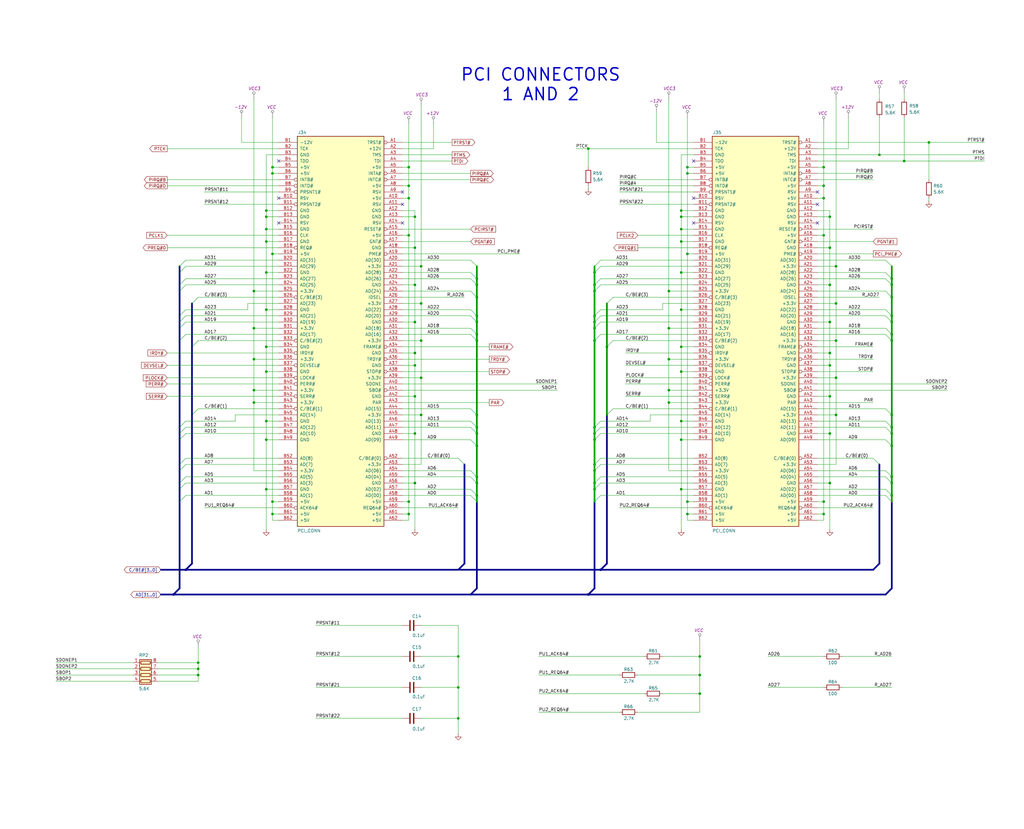
<source format=kicad_sch>
(kicad_sch (version 20241004) (generator "eeschema") (generator_version "8.99")
  (paper "User" 420 340)
  (title_block (title "PCI CONNECTORS 1 & 2") (date "Thursday, April 09, 1998") (rev "1.0"))
  (lib_symbols
    (symbol "Device:C" (pin_numbers (hide yes)) (pin_names (offset 0.254))
      (property "Reference" "C" (at 0.635 2.54 0))
      (property "Value" "C" (at 0.635 -2.54 0))
      (symbol "C_1_1"
        (pin passive line (at 0 3.81 270) (length 2.794) (name "~") (number "1"))
        (pin passive line (at 0 -3.81 90) (length 2.794) (name "~") (number "2"))
      )
    )
    (symbol "Device:R" (pin_numbers (hide yes)) (pin_names (offset 0))
      (property "Reference" "R" (at 2.032 0 90))
      (property "Value" "R" (at 0 0 90))
      (symbol "R_1_1"
        (pin passive line (at 0 3.81 270) (length 1.27) (name "~") (number "1"))
        (pin passive line (at 0 -3.81 90) (length 1.27) (name "~") (number "2"))
      )
    )
    (symbol "P2-3_era:PCI_Slot" (pin_names (offset 1.016))
      (property "Reference" "J" (at -16.51 82.804 0))
      (property "Value" "PCI Connector" (at -10.668 -80.772 0))
      (symbol "PCI_Slot_1_1"
        (pin power_in line (at -25.4 78.74 0) (length 7.62) (name "-12V") (number "B1"))
        (pin output line (at -25.4 76.2 0) (length 7.62) (name "TCK") (number "B2"))
        (pin power_in line (at -25.4 73.66 0) (length 7.62) (name "GND") (number "B3"))
        (pin input line (at -25.4 71.12 0) (length 7.62) (name "TDO") (number "B4"))
        (pin power_in line (at -25.4 68.58 0) (length 7.62) (name "+5V") (number "B5"))
        (pin power_in line (at -25.4 66.04 0) (length 7.62) (name "+5V") (number "B6"))
        (pin input inverted (at -25.4 63.5 0) (length 7.62) (name "INTB#") (number "B7"))
        (pin input inverted (at -25.4 60.96 0) (length 7.62) (name "INTD#") (number "B8"))
        (pin input inverted (at -25.4 58.42 0) (length 7.62) (name "PRSNT1#") (number "B9"))
        (pin passive line (at -25.4 55.88 0) (length 7.62) (name "RSV") (number "B10"))
        (pin input inverted (at -25.4 53.34 0) (length 7.62) (name "PRSNT2#") (number "B11"))
        (pin power_in line (at -25.4 50.8 0) (length 7.62) (name "GND") (number "B12"))
        (pin power_in line (at -25.4 48.26 0) (length 7.62) (name "GND") (number "B13"))
        (pin passive line (at -25.4 45.72 0) (length 7.62) (name "RSV") (number "B14"))
        (pin power_in line (at -25.4 43.18 0) (length 7.62) (name "GND") (number "B15"))
        (pin output line (at -25.4 40.64 0) (length 7.62) (name "CLK") (number "B16"))
        (pin power_in line (at -25.4 38.1 0) (length 7.62) (name "GND") (number "B17"))
        (pin input inverted (at -25.4 35.56 0) (length 7.62) (name "REQ#") (number "B18"))
        (pin power_in line (at -25.4 33.02 0) (length 7.62) (name "+5V") (number "B19"))
        (pin bidirectional line (at -25.4 30.48 0) (length 7.62) (name "AD(31)") (number "B20"))
        (pin bidirectional line (at -25.4 27.94 0) (length 7.62) (name "AD(29)") (number "B21"))
        (pin power_in line (at -25.4 25.4 0) (length 7.62) (name "GND") (number "B22"))
        (pin bidirectional line (at -25.4 22.86 0) (length 7.62) (name "AD(27)") (number "B23"))
        (pin bidirectional line (at -25.4 20.32 0) (length 7.62) (name "AD(25)") (number "B24"))
        (pin power_in line (at -25.4 17.78 0) (length 7.62) (name "+3.3V") (number "B25"))
        (pin bidirectional inverted (at -25.4 15.24 0) (length 7.62) (name "C/BE#(3)") (number "B26"))
        (pin bidirectional line (at -25.4 12.7 0) (length 7.62) (name "AD(23)") (number "B27"))
        (pin power_in line (at -25.4 10.16 0) (length 7.62) (name "GND") (number "B28"))
        (pin bidirectional line (at -25.4 7.62 0) (length 7.62) (name "AD(21)") (number "B29"))
        (pin bidirectional line (at -25.4 5.08 0) (length 7.62) (name "AD(19)") (number "B30"))
        (pin power_in line (at -25.4 2.54 0) (length 7.62) (name "+3.3V") (number "B31"))
        (pin bidirectional line (at -25.4 0 0) (length 7.62) (name "AD(17)") (number "B32"))
        (pin bidirectional inverted (at -25.4 -2.54 0) (length 7.62) (name "C/BE#(2)") (number "B33"))
        (pin power_in line (at -25.4 -5.08 0) (length 7.62) (name "GND") (number "B34"))
        (pin bidirectional inverted (at -25.4 -7.62 0) (length 7.62) (name "IRDY#") (number "B35"))
        (pin power_in line (at -25.4 -10.16 0) (length 7.62) (name "+3.3V") (number "B36"))
        (pin bidirectional inverted (at -25.4 -12.7 0) (length 7.62) (name "DEVSEL#") (number "B37"))
        (pin power_in line (at -25.4 -15.24 0) (length 7.62) (name "GND") (number "B38"))
        (pin bidirectional inverted (at -25.4 -17.78 0) (length 7.62) (name "LOCK#") (number "B39"))
        (pin input inverted (at -25.4 -20.32 0) (length 7.62) (name "PERR#") (number "B40"))
        (pin power_in line (at -25.4 -22.86 0) (length 7.62) (name "+3.3V") (number "B41"))
        (pin input inverted (at -25.4 -25.4 0) (length 7.62) (name "SERR#") (number "B42"))
        (pin power_in line (at -25.4 -27.94 0) (length 7.62) (name "+3.3V") (number "B43"))
        (pin bidirectional inverted (at -25.4 -30.48 0) (length 7.62) (name "C/BE#(1)") (number "B44"))
        (pin bidirectional line (at -25.4 -33.02 0) (length 7.62) (name "AD(14)") (number "B45"))
        (pin power_in line (at -25.4 -35.56 0) (length 7.62) (name "GND") (number "B46"))
        (pin bidirectional line (at -25.4 -38.1 0) (length 7.62) (name "AD(12)") (number "B47"))
        (pin bidirectional line (at -25.4 -40.64 0) (length 7.62) (name "AD(10)") (number "B48"))
        (pin power_in line (at -25.4 -43.18 0) (length 7.62) (name "GND") (number "B49"))
        (pin bidirectional line (at -25.4 -50.8 0) (length 7.62) (name "AD(8)") (number "B52"))
        (pin bidirectional line (at -25.4 -53.34 0) (length 7.62) (name "AD(7)") (number "B53"))
        (pin power_in line (at -25.4 -55.88 0) (length 7.62) (name "+3.3V") (number "B54"))
        (pin bidirectional line (at -25.4 -58.42 0) (length 7.62) (name "AD(5)") (number "B55"))
        (pin bidirectional line (at -25.4 -60.96 0) (length 7.62) (name "AD(3)") (number "B56"))
        (pin power_in line (at -25.4 -63.5 0) (length 7.62) (name "GND") (number "B57"))
        (pin bidirectional line (at -25.4 -66.04 0) (length 7.62) (name "AD(1)") (number "B58"))
        (pin power_in line (at -25.4 -68.58 0) (length 7.62) (name "+5V") (number "B59"))
        (pin bidirectional inverted (at -25.4 -71.12 0) (length 7.62) (name "ACK64#") (number "B60"))
        (pin power_in line (at -25.4 -73.66 0) (length 7.62) (name "+5V") (number "B61"))
        (pin power_in line (at -25.4 -76.2 0) (length 7.62) (name "+5V") (number "B62"))
        (pin output inverted (at 25.4 78.74 180) (length 7.62) (name "TRST#") (number "A1"))
        (pin power_in line (at 25.4 76.2 180) (length 7.62) (name "+12V") (number "A2"))
        (pin output line (at 25.4 73.66 180) (length 7.62) (name "TMS") (number "A3"))
        (pin output line (at 25.4 71.12 180) (length 7.62) (name "TDI") (number "A4"))
        (pin power_in line (at 25.4 68.58 180) (length 7.62) (name "+5V") (number "A5"))
        (pin input inverted (at 25.4 66.04 180) (length 7.62) (name "INTA#") (number "A6"))
        (pin input inverted (at 25.4 63.5 180) (length 7.62) (name "INTC#") (number "A7"))
        (pin power_in line (at 25.4 60.96 180) (length 7.62) (name "+5V") (number "A8"))
        (pin passive line (at 25.4 58.42 180) (length 7.62) (name "RSV") (number "A9"))
        (pin power_in line (at 25.4 55.88 180) (length 7.62) (name "+5V") (number "A10"))
        (pin passive line (at 25.4 53.34 180) (length 7.62) (name "RSV") (number "A11"))
        (pin power_in line (at 25.4 50.8 180) (length 7.62) (name "GND") (number "A12"))
        (pin power_in line (at 25.4 48.26 180) (length 7.62) (name "GND") (number "A13"))
        (pin passive line (at 25.4 45.72 180) (length 7.62) (name "RSV") (number "A14"))
        (pin output inverted (at 25.4 43.18 180) (length 7.62) (name "RESET#") (number "A15"))
        (pin power_in line (at 25.4 40.64 180) (length 7.62) (name "+5V") (number "A16"))
        (pin bidirectional inverted (at 25.4 38.1 180) (length 7.62) (name "GNT#") (number "A17"))
        (pin power_in line (at 25.4 35.56 180) (length 7.62) (name "GND") (number "A18"))
        (pin input inverted (at 25.4 33.02 180) (length 7.62) (name "PME#") (number "A19"))
        (pin bidirectional line (at 25.4 30.48 180) (length 7.62) (name "AD(30)") (number "A20"))
        (pin power_in line (at 25.4 27.94 180) (length 7.62) (name "+3.3V") (number "A21"))
        (pin bidirectional line (at 25.4 25.4 180) (length 7.62) (name "AD(28)") (number "A22"))
        (pin bidirectional line (at 25.4 22.86 180) (length 7.62) (name "AD(26)") (number "A23"))
        (pin power_in line (at 25.4 20.32 180) (length 7.62) (name "GND") (number "A24"))
        (pin bidirectional line (at 25.4 17.78 180) (length 7.62) (name "AD(24)") (number "A25"))
        (pin output line (at 25.4 15.24 180) (length 7.62) (name "IDSEL") (number "A26"))
        (pin power_in line (at 25.4 12.7 180) (length 7.62) (name "+3.3V") (number "A27"))
        (pin bidirectional line (at 25.4 10.16 180) (length 7.62) (name "AD(22)") (number "A28"))
        (pin bidirectional line (at 25.4 7.62 180) (length 7.62) (name "AD(20)") (number "A29"))
        (pin power_in line (at 25.4 5.08 180) (length 7.62) (name "GND") (number "A30"))
        (pin bidirectional line (at 25.4 2.54 180) (length 7.62) (name "AD(18)") (number "A31"))
        (pin bidirectional line (at 25.4 0 180) (length 7.62) (name "AD(16)") (number "A32"))
        (pin power_in line (at 25.4 -2.54 180) (length 7.62) (name "+3.3V") (number "A33"))
        (pin bidirectional inverted (at 25.4 -5.08 180) (length 7.62) (name "FRAME#") (number "A34"))
        (pin power_in line (at 25.4 -7.62 180) (length 7.62) (name "GND") (number "A35"))
        (pin bidirectional inverted (at 25.4 -10.16 180) (length 7.62) (name "TRDY#") (number "A36"))
        (pin power_in line (at 25.4 -12.7 180) (length 7.62) (name "GND") (number "A37"))
        (pin bidirectional inverted (at 25.4 -15.24 180) (length 7.62) (name "STOP#") (number "A38"))
        (pin power_in line (at 25.4 -17.78 180) (length 7.62) (name "+3.3V") (number "A39"))
        (pin bidirectional line (at 25.4 -20.32 180) (length 7.62) (name "SDONE") (number "A40"))
        (pin bidirectional inverted (at 25.4 -22.86 180) (length 7.62) (name "SBO#") (number "A41"))
        (pin power_in line (at 25.4 -25.4 180) (length 7.62) (name "GND") (number "A42"))
        (pin bidirectional line (at 25.4 -27.94 180) (length 7.62) (name "PAR") (number "A43"))
        (pin bidirectional line (at 25.4 -30.48 180) (length 7.62) (name "AD(15)") (number "A44"))
        (pin power_in line (at 25.4 -33.02 180) (length 7.62) (name "+3.3V") (number "A45"))
        (pin bidirectional line (at 25.4 -35.56 180) (length 7.62) (name "AD(13)") (number "A46"))
        (pin bidirectional line (at 25.4 -38.1 180) (length 7.62) (name "AD(11)") (number "A47"))
        (pin power_in line (at 25.4 -40.64 180) (length 7.62) (name "GND") (number "A48"))
        (pin bidirectional line (at 25.4 -43.18 180) (length 7.62) (name "AD(09)") (number "A49"))
        (pin bidirectional inverted (at 25.4 -50.8 180) (length 7.62) (name "C/BE#(0)") (number "A52"))
        (pin power_in line (at 25.4 -53.34 180) (length 7.62) (name "+3.3V") (number "A53"))
        (pin bidirectional line (at 25.4 -55.88 180) (length 7.62) (name "AD(06)") (number "A54"))
        (pin bidirectional line (at 25.4 -58.42 180) (length 7.62) (name "AD(04)") (number "A55"))
        (pin power_in line (at 25.4 -60.96 180) (length 7.62) (name "GND") (number "A56"))
        (pin bidirectional line (at 25.4 -63.5 180) (length 7.62) (name "AD(02)") (number "A57"))
        (pin bidirectional line (at 25.4 -66.04 180) (length 7.62) (name "AD(00)") (number "A58"))
        (pin power_in line (at 25.4 -68.58 180) (length 7.62) (name "+5V") (number "A59"))
        (pin unspecified inverted (at 25.4 -71.12 180) (length 7.62) (name "REQ64#") (number "A60"))
        (pin power_in line (at 25.4 -73.66 180) (length 7.62) (name "+5V") (number "A61"))
        (pin power_in line (at 25.4 -76.2 180) (length 7.62) (name "+5V") (number "A62"))
      )
    )
    (symbol "R_Pack04_3" (pin_names (offset 0) (hide yes))
      (property "Reference" "RP60" (at -11.938 0 90))
      (property "Value" "2.7K" (at -9.398 0 90))
      (symbol "R_Pack04_3_1_1"
        (pin passive line (at -5.08 5.08 270) (length 2.54) (name "R1.2") (number "8"))
        (pin passive line (at -5.08 -5.08 90) (length 2.54) (name "R1.1") (number "1"))
        (pin passive line (at -2.54 5.08 270) (length 2.54) (name "R2.2") (number "7"))
        (pin passive line (at -2.54 -5.08 90) (length 2.54) (name "R2.1") (number "2"))
        (pin passive line (at 0 5.08 270) (length 2.54) (name "R3.2") (number "6"))
        (pin passive line (at 0 -5.08 90) (length 2.54) (name "R3.1") (number "3"))
        (pin passive line (at 2.54 5.08 270) (length 2.54) (name "R4.2") (number "5"))
        (pin passive line (at 2.54 -5.08 90) (length 2.54) (name "R4.1") (number "4"))
      )
    )
    (symbol "power:GND" (power) (pin_numbers (hide yes)) (pin_names (offset 0) (hide yes))
      (property "Value" "GND" (at 0 -3.81 0))
      (symbol "GND_1_1"
        (pin power_in line (at 0 0 270) (length 0) (name "~") (number "1"))
      )
    )
  )
  (text "PCI CONNECTORS\n1 AND 2" (at 221.742 34.798 0) (effects (font (size 5 5) (thickness 0.6) (bold yes))))
  (junction (at 241.3 60.96))
  (junction (at 170.18 116.84))
  (junction (at 172.72 154.94))
  (junction (at 365.76 137.16))
  (junction (at 342.9 109.22))
  (junction (at 248.92 142.24))
  (junction (at 109.22 127))
  (junction (at 172.72 109.22))
  (junction (at 281.94 71.12))
  (junction (at 195.58 182.88))
  (junction (at 337.82 96.52))
  (junction (at 365.76 132.08))
  (junction (at 279.4 93.98))
  (junction (at 279.4 99.06))
  (junction (at 111.76 104.14))
  (junction (at 243.84 177.8))
  (junction (at 170.18 101.6))
  (junction (at 340.36 88.9))
  (junction (at 365.76 175.26))
  (junction (at 109.22 142.24))
  (junction (at 365.76 139.7))
  (junction (at 167.64 81.28))
  (junction (at 274.32 134.62))
  (junction (at 340.36 116.84))
  (junction (at 195.58 203.2))
  (junction (at 104.14 165.1))
  (junction (at 365.76 182.88))
  (junction (at 195.58 195.58))
  (junction (at 281.94 210.82))
  (junction (at 167.64 205.74))
  (junction (at 281.94 205.74))
  (junction (at 340.36 101.6))
  (junction (at 243.84 200.66))
  (junction (at 167.64 68.58))
  (junction (at 279.4 172.72))
  (junction (at 365.76 198.12))
  (junction (at 337.82 81.28))
  (junction (at 243.84 190.5))
  (junction (at 81.28 271.78))
  (junction (at 167.64 96.52))
  (junction (at 381 58.42))
  (junction (at 195.58 175.26))
  (junction (at 243.84 129.54))
  (junction (at 243.84 193.04))
  (junction (at 195.58 198.12))
  (junction (at 104.14 147.32))
  (junction (at 109.22 172.72))
  (junction (at 274.32 147.32))
  (junction (at 340.36 162.56))
  (junction (at 170.18 177.8))
  (junction (at 167.64 210.82))
  (junction (at 109.22 88.9))
  (junction (at 195.58 177.8))
  (junction (at 243.84 180.34))
  (junction (at 281.94 104.14))
  (junction (at 71.12 243.84))
  (junction (at 195.58 129.54))
  (junction (at 109.22 111.76))
  (junction (at 337.82 68.58))
  (junction (at 187.96 281.94))
  (junction (at 360.68 63.5))
  (junction (at 170.18 198.12))
  (junction (at 104.14 160.02))
  (junction (at 279.4 86.36))
  (junction (at 279.4 127))
  (junction (at 172.72 170.18))
  (junction (at 111.76 71.12))
  (junction (at 243.84 139.7))
  (junction (at 246.38 233.68))
  (junction (at 243.84 175.26))
  (junction (at 365.76 116.84))
  (junction (at 195.58 170.18))
  (junction (at 81.28 274.32))
  (junction (at 170.18 144.78))
  (junction (at 109.22 180.34))
  (junction (at 340.36 132.08))
  (junction (at 279.4 152.4))
  (junction (at 287.02 284.48))
  (junction (at 81.28 276.86))
  (junction (at 279.4 142.24))
  (junction (at 340.36 177.8))
  (junction (at 340.36 144.78))
  (junction (at 104.14 134.62))
  (junction (at 167.64 76.2))
  (junction (at 279.4 88.9))
  (junction (at 109.22 86.36))
  (junction (at 195.58 116.84))
  (junction (at 370.84 66.04))
  (junction (at 279.4 180.34))
  (junction (at 195.58 137.16))
  (junction (at 243.84 111.76))
  (junction (at 109.22 93.98))
  (junction (at 195.58 139.7))
  (junction (at 279.4 200.66))
  (junction (at 365.76 177.8))
  (junction (at 274.32 119.38))
  (junction (at 172.72 139.7))
  (junction (at 274.32 160.02))
  (junction (at 76.2 233.68))
  (junction (at 340.36 149.86))
  (junction (at 187.96 294.64))
  (junction (at 365.76 195.58))
  (junction (at 109.22 99.06))
  (junction (at 170.18 88.9))
  (junction (at 337.82 76.2))
  (junction (at 342.9 124.46))
  (junction (at 281.94 68.58))
  (junction (at 172.72 124.46))
  (junction (at 274.32 165.1))
  (junction (at 111.76 68.58))
  (junction (at 243.84 132.08))
  (junction (at 365.76 203.2))
  (junction (at 111.76 205.74))
  (junction (at 243.84 134.62))
  (junction (at 365.76 170.18))
  (junction (at 243.84 119.38))
  (junction (at 187.96 269.24))
  (junction (at 104.14 119.38))
  (junction (at 195.58 132.08))
  (junction (at 365.76 129.54))
  (junction (at 170.18 132.08))
  (junction (at 170.18 149.86))
  (junction (at 340.36 198.12))
  (junction (at 241.3 243.84))
  (junction (at 342.9 154.94))
  (junction (at 279.4 111.76))
  (junction (at 109.22 200.66))
  (junction (at 195.58 121.92))
  (junction (at 195.58 114.3))
  (junction (at 337.82 205.74))
  (junction (at 365.76 114.3))
  (junction (at 342.9 139.7))
  (junction (at 287.02 269.24))
  (junction (at 243.84 116.84))
  (junction (at 342.9 170.18))
  (junction (at 243.84 198.12))
  (junction (at 365.76 121.92))
  (junction (at 111.76 210.82))
  (junction (at 287.02 276.86))
  (junction (at 170.18 162.56))
  (junction (at 337.82 210.82))
  (junction (at 109.22 152.4))
  (no_connect (at 165.1 78.74))
  (no_connect (at 284.48 81.28))
  (no_connect (at 335.28 83.82))
  (no_connect (at 335.28 91.44))
  (no_connect (at 335.28 78.74))
  (no_connect (at 114.3 91.44))
  (no_connect (at 165.1 83.82))
  (no_connect (at 284.48 66.04))
  (no_connect (at 114.3 66.04))
  (no_connect (at 114.3 81.28))
  (no_connect (at 165.1 91.44))
  (no_connect (at 284.48 91.44))
  (bus_entry (at 81.28 167.64) (size -2.54 2.54))
  (bus_entry (at 76.2 116.84) (size -2.54 2.54))
  (bus_entry (at 76.2 106.68) (size -2.54 2.54))
  (bus_entry (at 76.2 109.22) (size -2.54 2.54))
  (bus_entry (at 76.2 127) (size -2.54 2.54))
  (bus_entry (at 76.2 129.54) (size -2.54 2.54))
  (bus_entry (at 76.2 132.08) (size -2.54 2.54))
  (bus_entry (at 76.2 172.72) (size -2.54 2.54))
  (bus_entry (at 81.28 139.7) (size -2.54 2.54))
  (bus_entry (at 76.2 198.12) (size -2.54 2.54))
  (bus_entry (at 76.2 195.58) (size -2.54 2.54))
  (bus_entry (at 76.2 177.8) (size -2.54 2.54))
  (bus_entry (at 76.2 114.3) (size -2.54 2.54))
  (bus_entry (at 76.2 137.16) (size -2.54 2.54))
  (bus_entry (at 76.2 203.2) (size -2.54 2.54))
  (bus_entry (at 81.28 121.92) (size -2.54 2.54))
  (bus_entry (at 76.2 175.26) (size -2.54 2.54))
  (bus_entry (at 76.2 187.96) (size -2.54 2.54))
  (bus_entry (at 76.2 190.5) (size -2.54 2.54))
  (wire (pts (xy 335.28 198.12) (xy 340.36 198.12)) (stroke (width 0.1388)))
  (wire (pts (xy 165.1 187.96) (xy 187.96 187.96)) (stroke (width 0.1388)))
  (wire (pts (xy 281.94 213.36) (xy 284.48 213.36)) (stroke (width 0.1388)))
  (wire (pts (xy 246.38 116.84) (xy 243.84 119.38)) (stroke (width 0.1388)))
  (wire (pts (xy 165.1 76.2) (xy 167.64 76.2)) (stroke (width 0.1388)))
  (wire (pts (xy 165.1 200.66) (xy 193.04 200.66)) (stroke (width 0.1388)))
  (wire (pts (xy 195.58 137.16) (xy 193.04 134.62)) (stroke (width 0.1388)))
  (wire (pts (xy 365.76 203.2) (xy 365.76 198.12)) (stroke (width 0.6942)))
  (wire (pts (xy 340.36 149.86) (xy 340.36 162.56)) (stroke (width 0.1388)))
  (bus (pts (xy 73.66 116.84) (xy 73.66 119.38)) (stroke (width 0.7)))
  (wire (pts (xy 335.28 213.36) (xy 337.82 213.36)) (stroke (width 0.1388)))
  (wire (pts (xy 195.58 139.7) (xy 193.04 137.16)) (stroke (width 0.1388)))
  (wire (pts (xy 360.68 38.1) (xy 360.68 40.64)) (stroke (width 0.1388)))
  (wire (pts (xy 254 208.28) (xy 284.48 208.28)) (stroke (width 0.1388)))
  (bus (pts (xy 363.22 243.84) (xy 365.76 241.3)) (stroke (width 0.7)))
  (wire (pts (xy 165.1 99.06) (xy 193.04 99.06)) (stroke (width 0.1388)))
  (wire (pts (xy 22.86 279.4) (xy 54.61 279.4)) (stroke (width 0.1388)))
  (wire (pts (xy 109.22 152.4) (xy 109.22 142.24)) (stroke (width 0.1388)))
  (wire (pts (xy 165.1 132.08) (xy 170.18 132.08)) (stroke (width 0.1388)))
  (wire (pts (xy 287.02 284.48) (xy 287.02 292.1)))
  (wire (pts (xy 246.38 172.72) (xy 266.7 172.72)) (stroke (width 0.1388)))
  (wire (pts (xy 266.7 172.72) (xy 266.7 170.18)) (stroke (width 0.1388)))
  (wire (pts (xy 68.58 157.48) (xy 114.3 157.48)) (stroke (width 0.1388)))
  (wire (pts (xy 340.36 177.8) (xy 340.36 198.12)) (stroke (width 0.1388)))
  (wire (pts (xy 22.86 271.78) (xy 54.61 271.78)) (stroke (width 0.1388)))
  (wire (pts (xy 365.76 170.18) (xy 365.76 139.7)) (stroke (width 0.6942)))
  (wire (pts (xy 271.78 127) (xy 271.78 124.46)) (stroke (width 0.1388)))
  (wire (pts (xy 246.38 106.68) (xy 243.84 109.22)) (stroke (width 0.1388)))
  (wire (pts (xy 81.28 167.64) (xy 114.3 167.64)) (stroke (width 0.1388)))
  (wire (pts (xy 274.32 165.1) (xy 274.32 193.04)) (stroke (width 0.1388)))
  (wire (pts (xy 279.4 142.24) (xy 279.4 127)) (stroke (width 0.1388)))
  (wire (pts (xy 335.28 111.76) (xy 363.22 111.76)) (stroke (width 0.1388)))
  (wire (pts (xy 365.76 198.12) (xy 363.22 195.58)) (stroke (width 0.1388)))
  (wire (pts (xy 271.78 269.24) (xy 287.02 269.24)))
  (wire (pts (xy 335.28 116.84) (xy 340.36 116.84)) (stroke (width 0.1388)))
  (wire (pts (xy 76.2 177.8) (xy 114.3 177.8)) (stroke (width 0.1388)))
  (wire (pts (xy 165.1 134.62) (xy 193.04 134.62)) (stroke (width 0.1388)))
  (wire (pts (xy 167.64 68.58) (xy 167.64 50.8)) (stroke (width 0.1388)))
  (wire (pts (xy 195.58 205.74) (xy 193.04 203.2)) (stroke (width 0.1388)))
  (wire (pts (xy 274.32 147.32) (xy 284.48 147.32)) (stroke (width 0.1388)))
  (wire (pts (xy 279.4 88.9) (xy 279.4 86.36)) (stroke (width 0.1388)))
  (wire (pts (xy 109.22 99.06) (xy 114.3 99.06)) (stroke (width 0.1388)))
  (wire (pts (xy 195.58 198.12) (xy 195.58 203.2)) (stroke (width 0.6942)))
  (wire (pts (xy 365.76 109.22) (xy 363.22 106.68)) (stroke (width 0.1388)))
  (bus (pts (xy 73.66 190.5) (xy 73.66 193.04)) (stroke (width 0.7)))
  (wire (pts (xy 195.58 198.12) (xy 193.04 195.58)) (stroke (width 0.1388)))
  (wire (pts (xy 279.4 111.76) (xy 279.4 99.06)) (stroke (width 0.1388)))
  (wire (pts (xy 190.5 190.5) (xy 187.96 187.96)) (stroke (width 0.1388)))
  (wire (pts (xy 195.58 132.08) (xy 193.04 129.54)) (stroke (width 0.1388)))
  (wire (pts (xy 165.1 139.7) (xy 172.72 139.7)) (stroke (width 0.1388)))
  (wire (pts (xy 76.2 175.26) (xy 114.3 175.26)) (stroke (width 0.1388)))
  (wire (pts (xy 335.28 96.52) (xy 337.82 96.52)) (stroke (width 0.1388)))
  (wire (pts (xy 101.6 124.46) (xy 114.3 124.46)) (stroke (width 0.1388)))
  (wire (pts (xy 335.28 180.34) (xy 363.22 180.34)) (stroke (width 0.1388)))
  (wire (pts (xy 335.28 193.04) (xy 363.22 193.04)) (stroke (width 0.1388)))
  (wire (pts (xy 256.54 154.94) (xy 284.48 154.94)) (stroke (width 0.1388)))
  (wire (pts (xy 170.18 144.78) (xy 170.18 149.86)) (stroke (width 0.1388)))
  (wire (pts (xy 165.1 210.82) (xy 167.64 210.82)) (stroke (width 0.1388)))
  (wire (pts (xy 365.76 195.58) (xy 363.22 193.04)) (stroke (width 0.1388)))
  (wire (pts (xy 365.76 116.84) (xy 363.22 114.3)) (stroke (width 0.1388)))
  (wire (pts (xy 68.58 96.52) (xy 114.3 96.52)) (stroke (width 0.1388)))
  (wire (pts (xy 335.28 129.54) (xy 363.22 129.54)) (stroke (width 0.1388)))
  (wire (pts (xy 109.22 111.76) (xy 109.22 99.06)) (stroke (width 0.1388)))
  (wire (pts (xy 76.2 106.68) (xy 114.3 106.68)) (stroke (width 0.1388)))
  (wire (pts (xy 76.2 203.2) (xy 114.3 203.2)) (stroke (width 0.1388)))
  (wire (pts (xy 254 83.82) (xy 284.48 83.82)) (stroke (width 0.1388)))
  (wire (pts (xy 165.1 190.5) (xy 172.72 190.5)) (stroke (width 0.1388)))
  (wire (pts (xy 165.1 180.34) (xy 193.04 180.34)) (stroke (width 0.1388)))
  (wire (pts (xy 314.96 281.94) (xy 337.82 281.94)))
  (wire (pts (xy 167.64 205.74) (xy 167.64 96.52)) (stroke (width 0.1388)))
  (wire (pts (xy 251.46 139.7) (xy 284.48 139.7)) (stroke (width 0.1388)))
  (wire (pts (xy 165.1 137.16) (xy 193.04 137.16)) (stroke (width 0.1388)))
  (wire (pts (xy 335.28 121.92) (xy 360.68 121.92)) (stroke (width 0.1388)))
  (wire (pts (xy 170.18 162.56) (xy 170.18 177.8)) (stroke (width 0.1388)))
  (wire (pts (xy 76.2 190.5) (xy 114.3 190.5)) (stroke (width 0.1388)))
  (wire (pts (xy 342.9 109.22) (xy 342.9 40.64)) (stroke (width 0.1388)))
  (wire (pts (xy 83.82 78.74) (xy 114.3 78.74)) (stroke (width 0.1388)))
  (wire (pts (xy 195.58 195.58) (xy 195.58 198.12)) (stroke (width 0.6942)))
  (wire (pts (xy 246.38 187.96) (xy 284.48 187.96)) (stroke (width 0.1388)))
  (wire (pts (xy 104.14 165.1) (xy 104.14 193.04)) (stroke (width 0.1388)))
  (wire (pts (xy 269.24 58.42) (xy 284.48 58.42)) (stroke (width 0.1388)))
  (wire (pts (xy 335.28 124.46) (xy 342.9 124.46)) (stroke (width 0.1388)))
  (wire (pts (xy 246.38 127) (xy 271.78 127)) (stroke (width 0.1388)))
  (wire (pts (xy 381 58.42) (xy 403.86 58.42)) (stroke (width 0.1388)))
  (wire (pts (xy 22.86 274.32) (xy 54.61 274.32)) (stroke (width 0.1388)))
  (wire (pts (xy 104.14 40.64) (xy 104.14 119.38)) (stroke (width 0.1388)))
  (wire (pts (xy 279.4 93.98) (xy 284.48 93.98)) (stroke (width 0.1388)))
  (wire (pts (xy 195.58 195.58) (xy 193.04 193.04)) (stroke (width 0.1388)))
  (wire (pts (xy 279.4 111.76) (xy 284.48 111.76)) (stroke (width 0.1388)))
  (wire (pts (xy 365.76 137.16) (xy 365.76 132.08)) (stroke (width 0.6942)))
  (wire (pts (xy 165.1 172.72) (xy 193.04 172.72)) (stroke (width 0.1388)))
  (bus (pts (xy 241.3 243.84) (xy 363.22 243.84)) (stroke (width 0.7)))
  (wire (pts (xy 274.32 160.02) (xy 284.48 160.02)) (stroke (width 0.1388)))
  (wire (pts (xy 195.58 137.16) (xy 195.58 139.7)) (stroke (width 0.6942)))
  (bus (pts (xy 73.66 193.04) (xy 73.66 198.12)) (stroke (width 0.7)))
  (wire (pts (xy 165.1 96.52) (xy 167.64 96.52)) (stroke (width 0.1388)))
  (wire (pts (xy 167.64 213.36) (xy 167.64 210.82)) (stroke (width 0.1388)))
  (wire (pts (xy 274.32 165.1) (xy 284.48 165.1)) (stroke (width 0.1388)))
  (wire (pts (xy 109.22 142.24) (xy 109.22 127)) (stroke (width 0.1388)))
  (wire (pts (xy 109.22 127) (xy 109.22 111.76)) (stroke (width 0.1388)))
  (wire (pts (xy 68.58 101.6) (xy 114.3 101.6)) (stroke (width 0.1388)))
  (wire (pts (xy 271.78 124.46) (xy 284.48 124.46)) (stroke (width 0.1388)))
  (wire (pts (xy 76.2 137.16) (xy 114.3 137.16)) (stroke (width 0.1388)))
  (wire (pts (xy 279.4 142.24) (xy 284.48 142.24)) (stroke (width 0.1388)))
  (wire (pts (xy 335.28 208.28) (xy 358.14 208.28)) (stroke (width 0.1388)))
  (wire (pts (xy 370.84 66.04) (xy 403.86 66.04)) (stroke (width 0.1388)))
  (wire (pts (xy 365.76 205.74) (xy 363.22 203.2)) (stroke (width 0.1388)))
  (wire (pts (xy 165.1 205.74) (xy 167.64 205.74)) (stroke (width 0.1388)))
  (bus (pts (xy 73.66 200.66) (xy 73.66 205.74)) (stroke (width 0.7)))
  (bus (pts (xy 71.12 243.84) (xy 241.3 243.84)) (stroke (width 0.7)))
  (wire (pts (xy 195.58 121.92) (xy 193.04 119.38)) (stroke (width 0.1388)))
  (wire (pts (xy 360.68 48.26) (xy 360.68 63.5)) (stroke (width 0.1388)))
  (wire (pts (xy 81.28 271.78) (xy 81.28 274.32)) (stroke (width 0.1388)))
  (wire (pts (xy 381 58.42) (xy 381 73.66)) (stroke (width 0.1388)))
  (wire (pts (xy 76.2 195.58) (xy 114.3 195.58)) (stroke (width 0.1388)))
  (bus (pts (xy 193.04 243.84) (xy 195.58 241.3)) (stroke (width 0.7)))
  (wire (pts (xy 165.1 167.64) (xy 193.04 167.64)) (stroke (width 0.1388)))
  (wire (pts (xy 342.9 190.5) (xy 342.9 170.18)) (stroke (width 0.1388)))
  (wire (pts (xy 165.1 203.2) (xy 193.04 203.2)) (stroke (width 0.1388)))
  (wire (pts (xy 165.1 149.86) (xy 170.18 149.86)) (stroke (width 0.1388)))
  (wire (pts (xy 109.22 111.76) (xy 114.3 111.76)) (stroke (width 0.1388)))
  (bus (pts (xy 66.04 243.84) (xy 71.12 243.84)) (stroke (width 0.7)))
  (wire (pts (xy 335.28 60.96) (xy 347.98 60.96)) (stroke (width 0.1388)))
  (wire (pts (xy 76.2 187.96) (xy 114.3 187.96)) (stroke (width 0.1388)))
  (wire (pts (xy 251.46 121.92) (xy 284.48 121.92)) (stroke (width 0.1388)))
  (wire (pts (xy 340.36 198.12) (xy 340.36 217.17)) (stroke (width 0.1388)))
  (wire (pts (xy 165.1 170.18) (xy 172.72 170.18)) (stroke (width 0.1388)))
  (wire (pts (xy 165.1 147.32) (xy 200.66 147.32)) (stroke (width 0.1388)))
  (wire (pts (xy 365.76 170.18) (xy 363.22 167.64)) (stroke (width 0.1388)))
  (wire (pts (xy 279.4 93.98) (xy 279.4 88.9)) (stroke (width 0.1388)))
  (wire (pts (xy 279.4 127) (xy 284.48 127)) (stroke (width 0.1388)))
  (bus (pts (xy 73.66 139.7) (xy 73.66 175.26)) (stroke (width 0.7)))
  (wire (pts (xy 195.58 114.3) (xy 193.04 111.76)) (stroke (width 0.1388)))
  (wire (pts (xy 167.64 96.52) (xy 167.64 81.28)) (stroke (width 0.1388)))
  (wire (pts (xy 271.78 284.48) (xy 287.02 284.48)))
  (wire (pts (xy 254 78.74) (xy 284.48 78.74)) (stroke (width 0.1388)))
  (wire (pts (xy 241.3 60.96) (xy 284.48 60.96)) (stroke (width 0.1388)))
  (wire (pts (xy 129.54 281.94) (xy 165.1 281.94)) (stroke (width 0.1388)))
  (wire (pts (xy 335.28 71.12) (xy 358.14 71.12)) (stroke (width 0.1388)))
  (wire (pts (xy 365.76 132.08) (xy 365.76 129.54)) (stroke (width 0.6942)))
  (wire (pts (xy 165.1 127) (xy 193.04 127)) (stroke (width 0.1388)))
  (wire (pts (xy 335.28 149.86) (xy 340.36 149.86)) (stroke (width 0.1388)))
  (wire (pts (xy 129.54 256.54) (xy 165.1 256.54)) (stroke (width 0.1388)))
  (wire (pts (xy 281.94 71.12) (xy 284.48 71.12)) (stroke (width 0.1388)))
  (wire (pts (xy 281.94 210.82) (xy 284.48 210.82)) (stroke (width 0.1388)))
  (wire (pts (xy 246.38 177.8) (xy 243.84 180.34)) (stroke (width 0.1388)))
  (wire (pts (xy 76.2 172.72) (xy 96.52 172.72)) (stroke (width 0.1388)))
  (wire (pts (xy 246.38 175.26) (xy 243.84 177.8)) (stroke (width 0.1388)))
  (wire (pts (xy 342.9 170.18) (xy 342.9 154.94)) (stroke (width 0.1388)))
  (wire (pts (xy 167.64 76.2) (xy 167.64 68.58)) (stroke (width 0.1388)))
  (wire (pts (xy 111.76 213.36) (xy 114.3 213.36)) (stroke (width 0.1388)))
  (wire (pts (xy 365.76 205.74) (xy 365.76 203.2)) (stroke (width 0.6942)))
  (wire (pts (xy 335.28 106.68) (xy 363.22 106.68)) (stroke (width 0.1388)))
  (wire (pts (xy 243.84 177.8) (xy 243.84 180.34)) (stroke (width 0.6942)))
  (wire (pts (xy 195.58 203.2) (xy 195.58 205.74)) (stroke (width 0.6942)))
  (wire (pts (xy 381 81.28) (xy 381 82.55)))
  (wire (pts (xy 109.22 93.98) (xy 114.3 93.98)) (stroke (width 0.1388)))
  (wire (pts (xy 314.96 269.24) (xy 337.82 269.24)))
  (wire (pts (xy 170.18 88.9) (xy 170.18 101.6)) (stroke (width 0.1388)))
  (wire (pts (xy 246.38 109.22) (xy 284.48 109.22)) (stroke (width 0.1388)))
  (wire (pts (xy 109.22 200.66) (xy 109.22 180.34)) (stroke (width 0.1388)))
  (wire (pts (xy 165.1 175.26) (xy 193.04 175.26)) (stroke (width 0.1388)))
  (wire (pts (xy 165.1 162.56) (xy 170.18 162.56)) (stroke (width 0.1388)))
  (wire (pts (xy 335.28 109.22) (xy 342.9 109.22)) (stroke (width 0.1388)))
  (wire (pts (xy 109.22 172.72) (xy 109.22 152.4)) (stroke (width 0.1388)))
  (wire (pts (xy 335.28 101.6) (xy 340.36 101.6)) (stroke (width 0.1388)))
  (wire (pts (xy 195.58 177.8) (xy 193.04 175.26)) (stroke (width 0.1388)))
  (wire (pts (xy 281.94 68.58) (xy 284.48 68.58)) (stroke (width 0.1388)))
  (wire (pts (xy 254 76.2) (xy 284.48 76.2)) (stroke (width 0.1388)))
  (wire (pts (xy 195.58 129.54) (xy 195.58 132.08)) (stroke (width 0.6942)))
  (wire (pts (xy 246.38 203.2) (xy 284.48 203.2)) (stroke (width 0.1388)))
  (wire (pts (xy 165.1 58.42) (xy 185.42 58.42)) (stroke (width 0.1388)))
  (wire (pts (xy 104.14 119.38) (xy 104.14 134.62)) (stroke (width 0.1388)))
  (wire (pts (xy 335.28 104.14) (xy 358.14 104.14)) (stroke (width 0.1388)))
  (wire (pts (xy 167.64 81.28) (xy 167.64 76.2)) (stroke (width 0.1388)))
  (wire (pts (xy 165.1 177.8) (xy 170.18 177.8)) (stroke (width 0.1388)))
  (wire (pts (xy 165.1 121.92) (xy 190.5 121.92)) (stroke (width 0.1388)))
  (wire (pts (xy 256.54 144.78) (xy 284.48 144.78)) (stroke (width 0.1388)))
  (wire (pts (xy 165.1 68.58) (xy 167.64 68.58)) (stroke (width 0.1388)))
  (wire (pts (xy 281.94 71.12) (xy 281.94 104.14)) (stroke (width 0.1388)))
  (wire (pts (xy 365.76 121.92) (xy 365.76 116.84)) (stroke (width 0.6942)))
  (wire (pts (xy 64.77 279.4) (xy 81.28 279.4)))
  (wire (pts (xy 269.24 45.72) (xy 269.24 58.42)) (stroke (width 0.1388)))
  (wire (pts (xy 111.76 71.12) (xy 111.76 104.14)) (stroke (width 0.1388)))
  (wire (pts (xy 335.28 58.42) (xy 381 58.42)) (stroke (width 0.1388)))
  (wire (pts (xy 365.76 195.58) (xy 365.76 182.88)) (stroke (width 0.6942)))
  (wire (pts (xy 172.72 281.94) (xy 187.96 281.94)))
  (wire (pts (xy 68.58 144.78) (xy 114.3 144.78)) (stroke (width 0.1388)))
  (wire (pts (xy 195.58 170.18) (xy 193.04 167.64)) (stroke (width 0.1388)))
  (wire (pts (xy 365.76 116.84) (xy 365.76 114.3)) (stroke (width 0.6942)))
  (bus (pts (xy 365.76 205.74) (xy 365.76 241.3)) (stroke (width 0.7)))
  (wire (pts (xy 76.2 116.84) (xy 114.3 116.84)) (stroke (width 0.1388)))
  (wire (pts (xy 243.84 132.08) (xy 243.84 134.62)) (stroke (width 0.6942)))
  (wire (pts (xy 111.76 68.58) (xy 111.76 71.12)) (stroke (width 0.1388)))
  (wire (pts (xy 342.9 139.7) (xy 342.9 124.46)) (stroke (width 0.1388)))
  (wire (pts (xy 172.72 109.22) (xy 172.72 43.18)) (stroke (width 0.1388)))
  (wire (pts (xy 68.58 154.94) (xy 114.3 154.94)) (stroke (width 0.1388)))
  (wire (pts (xy 109.22 142.24) (xy 114.3 142.24)) (stroke (width 0.1388)))
  (wire (pts (xy 246.38 116.84) (xy 284.48 116.84)) (stroke (width 0.1388)))
  (wire (pts (xy 99.06 48.26) (xy 99.06 58.42)) (stroke (width 0.1388)))
  (wire (pts (xy 170.18 101.6) (xy 170.18 116.84)) (stroke (width 0.1388)))
  (wire (pts (xy 165.1 193.04) (xy 193.04 193.04)) (stroke (width 0.1388)))
  (wire (pts (xy 111.76 210.82) (xy 114.3 210.82)) (stroke (width 0.1388)))
  (wire (pts (xy 274.32 160.02) (xy 274.32 165.1)) (stroke (width 0.1388)))
  (wire (pts (xy 165.1 101.6) (xy 170.18 101.6)) (stroke (width 0.1388)))
  (wire (pts (xy 170.18 149.86) (xy 170.18 162.56)) (stroke (width 0.1388)))
  (wire (pts (xy 335.28 73.66) (xy 358.14 73.66)) (stroke (width 0.1388)))
  (wire (pts (xy 274.32 134.62) (xy 274.32 147.32)) (stroke (width 0.1388)))
  (wire (pts (xy 365.76 121.92) (xy 363.22 119.38)) (stroke (width 0.1388)))
  (wire (pts (xy 256.54 162.56) (xy 284.48 162.56)) (stroke (width 0.1388)))
  (wire (pts (xy 261.62 292.1) (xy 287.02 292.1)))
  (wire (pts (xy 340.36 101.6) (xy 340.36 116.84)) (stroke (width 0.1388)))
  (bus (pts (xy 78.74 124.46) (xy 78.74 142.24)) (stroke (width 0.7)))
  (wire (pts (xy 335.28 175.26) (xy 363.22 175.26)) (stroke (width 0.1388)))
  (wire (pts (xy 335.28 139.7) (xy 342.9 139.7)) (stroke (width 0.1388)))
  (wire (pts (xy 165.1 88.9) (xy 170.18 88.9)) (stroke (width 0.1388)))
  (wire (pts (xy 109.22 180.34) (xy 109.22 172.72)) (stroke (width 0.1388)))
  (wire (pts (xy 279.4 217.17) (xy 279.4 200.66)) (stroke (width 0.1388)))
  (bus (pts (xy 73.66 134.62) (xy 73.66 139.7)) (stroke (width 0.7)))
  (wire (pts (xy 165.1 86.36) (xy 170.18 86.36)) (stroke (width 0.1388)))
  (wire (pts (xy 109.22 88.9) (xy 114.3 88.9)) (stroke (width 0.1388)))
  (wire (pts (xy 195.58 114.3) (xy 195.58 116.84)) (stroke (width 0.6942)))
  (wire (pts (xy 165.1 124.46) (xy 172.72 124.46)) (stroke (width 0.1388)))
  (wire (pts (xy 337.82 76.2) (xy 337.82 68.58)) (stroke (width 0.1388)))
  (wire (pts (xy 246.38 195.58) (xy 243.84 198.12)) (stroke (width 0.1388)))
  (wire (pts (xy 335.28 137.16) (xy 363.22 137.16)) (stroke (width 0.1388)))
  (wire (pts (xy 195.58 116.84) (xy 193.04 114.3)) (stroke (width 0.1388)))
  (wire (pts (xy 165.1 154.94) (xy 172.72 154.94)) (stroke (width 0.1388)))
  (wire (pts (xy 279.4 172.72) (xy 279.4 152.4)) (stroke (width 0.1388)))
  (wire (pts (xy 246.38 129.54) (xy 243.84 132.08)) (stroke (width 0.1388)))
  (wire (pts (xy 335.28 160.02) (xy 388.62 160.02)) (stroke (width 0.1388)))
  (wire (pts (xy 195.58 121.92) (xy 195.58 129.54)) (stroke (width 0.6942)))
  (wire (pts (xy 365.76 182.88) (xy 365.76 177.8)) (stroke (width 0.6942)))
  (wire (pts (xy 335.28 210.82) (xy 337.82 210.82)) (stroke (width 0.1388)))
  (wire (pts (xy 335.28 114.3) (xy 363.22 114.3)) (stroke (width 0.1388)))
  (wire (pts (xy 165.1 81.28) (xy 167.64 81.28)) (stroke (width 0.1388)))
  (wire (pts (xy 335.28 93.98) (xy 358.14 93.98)) (stroke (width 0.1388)))
  (wire (pts (xy 335.28 195.58) (xy 363.22 195.58)) (stroke (width 0.1388)))
  (wire (pts (xy 246.38 137.16) (xy 284.48 137.16)) (stroke (width 0.1388)))
  (wire (pts (xy 109.22 86.36) (xy 114.3 86.36)) (stroke (width 0.1388)))
  (wire (pts (xy 274.32 193.04) (xy 284.48 193.04)) (stroke (width 0.1388)))
  (wire (pts (xy 165.1 129.54) (xy 193.04 129.54)) (stroke (width 0.1388)))
  (wire (pts (xy 165.1 73.66) (xy 193.04 73.66)) (stroke (width 0.1388)))
  (wire (pts (xy 335.28 165.1) (xy 358.14 165.1)) (stroke (width 0.1388)))
  (wire (pts (xy 256.54 157.48) (xy 284.48 157.48)) (stroke (width 0.1388)))
  (wire (pts (xy 170.18 86.36) (xy 170.18 88.9)) (stroke (width 0.1388)))
  (wire (pts (xy 81.28 276.86) (xy 81.28 279.4)) (stroke (width 0.1388)))
  (wire (pts (xy 187.96 294.64) (xy 187.96 300.99)) (stroke (width 0.1388)))
  (wire (pts (xy 340.36 86.36) (xy 340.36 88.9)) (stroke (width 0.1388)))
  (wire (pts (xy 335.28 88.9) (xy 340.36 88.9)) (stroke (width 0.1388)))
  (wire (pts (xy 64.77 276.86) (xy 81.28 276.86)))
  (wire (pts (xy 99.06 58.42) (xy 114.3 58.42)) (stroke (width 0.1388)))
  (bus (pts (xy 66.04 233.68) (xy 76.2 233.68)) (stroke (width 0.7)))
  (wire (pts (xy 287.02 269.24) (xy 287.02 276.86)))
  (wire (pts (xy 68.58 149.86) (xy 114.3 149.86)) (stroke (width 0.1388)))
  (wire (pts (xy 248.92 142.24) (xy 248.92 170.18)) (stroke (width 0.6942)))
  (wire (pts (xy 243.84 180.34) (xy 243.84 190.5)) (stroke (width 0.6942)))
  (wire (pts (xy 337.82 96.52) (xy 337.82 81.28)) (stroke (width 0.1388)))
  (bus (pts (xy 246.38 233.68) (xy 248.92 231.14)) (stroke (width 0.7)))
  (wire (pts (xy 335.28 132.08) (xy 340.36 132.08)) (stroke (width 0.1388)))
  (wire (pts (xy 165.1 195.58) (xy 193.04 195.58)) (stroke (width 0.1388)))
  (wire (pts (xy 345.44 269.24) (xy 365.76 269.24)))
  (wire (pts (xy 246.38 203.2) (xy 243.84 205.74)) (stroke (width 0.1388)))
  (bus (pts (xy 73.66 198.12) (xy 73.66 200.66)) (stroke (width 0.7)))
  (wire (pts (xy 365.76 177.8) (xy 365.76 175.26)) (stroke (width 0.6942)))
  (wire (pts (xy 172.72 269.24) (xy 187.96 269.24)))
  (bus (pts (xy 78.74 170.18) (xy 78.74 231.14)) (stroke (width 0.7)))
  (wire (pts (xy 365.76 175.26) (xy 365.76 170.18)) (stroke (width 0.6942)))
  (wire (pts (xy 170.18 177.8) (xy 170.18 198.12)) (stroke (width 0.1388)))
  (wire (pts (xy 335.28 167.64) (xy 363.22 167.64)) (stroke (width 0.1388)))
  (wire (pts (xy 335.28 203.2) (xy 363.22 203.2)) (stroke (width 0.1388)))
  (wire (pts (xy 337.82 213.36) (xy 337.82 210.82)) (stroke (width 0.1388)))
  (wire (pts (xy 365.76 139.7) (xy 365.76 137.16)) (stroke (width 0.6942)))
  (wire (pts (xy 165.1 198.12) (xy 170.18 198.12)) (stroke (width 0.1388)))
  (bus (pts (xy 78.74 142.24) (xy 78.74 170.18)) (stroke (width 0.7)))
  (wire (pts (xy 104.14 119.38) (xy 114.3 119.38)) (stroke (width 0.1388)))
  (wire (pts (xy 129.54 269.24) (xy 165.1 269.24)) (stroke (width 0.1388)))
  (wire (pts (xy 114.3 60.96) (xy 68.58 60.96)) (stroke (width 0.1388)))
  (wire (pts (xy 246.38 198.12) (xy 284.48 198.12)) (stroke (width 0.1388)))
  (wire (pts (xy 261.62 101.6) (xy 284.48 101.6)) (stroke (width 0.1388)))
  (wire (pts (xy 365.76 132.08) (xy 363.22 129.54)) (stroke (width 0.1388)))
  (wire (pts (xy 187.96 256.54) (xy 187.96 269.24)) (stroke (width 0.1388)))
  (wire (pts (xy 274.32 119.38) (xy 274.32 134.62)) (stroke (width 0.1388)))
  (bus (pts (xy 73.66 109.22) (xy 73.66 111.76)) (stroke (width 0.7)))
  (wire (pts (xy 335.28 147.32) (xy 358.14 147.32)) (stroke (width 0.1388)))
  (wire (pts (xy 243.84 116.84) (xy 243.84 119.38)) (stroke (width 0.6942)))
  (wire (pts (xy 22.86 276.86) (xy 54.61 276.86)) (stroke (width 0.1388)))
  (wire (pts (xy 109.22 127) (xy 114.3 127)) (stroke (width 0.1388)))
  (wire (pts (xy 347.98 60.96) (xy 347.98 48.26)) (stroke (width 0.1388)))
  (wire (pts (xy 246.38 175.26) (xy 284.48 175.26)) (stroke (width 0.1388)))
  (wire (pts (xy 274.32 147.32) (xy 274.32 160.02)) (stroke (width 0.1388)))
  (wire (pts (xy 274.32 134.62) (xy 284.48 134.62)) (stroke (width 0.1388)))
  (wire (pts (xy 236.22 60.96) (xy 241.3 60.96)) (stroke (width 0.1388)))
  (wire (pts (xy 342.9 124.46) (xy 342.9 109.22)) (stroke (width 0.1388)))
  (wire (pts (xy 104.14 134.62) (xy 114.3 134.62)) (stroke (width 0.1388)))
  (wire (pts (xy 243.84 175.26) (xy 243.84 177.8)) (stroke (width 0.6942)))
  (wire (pts (xy 251.46 121.92) (xy 248.92 124.46)) (stroke (width 0.1388)))
  (bus (pts (xy 187.96 233.68) (xy 190.5 231.14)) (stroke (width 0.7)))
  (wire (pts (xy 220.98 276.86) (xy 254 276.86)))
  (wire (pts (xy 335.28 66.04) (xy 370.84 66.04)) (stroke (width 0.1388)))
  (bus (pts (xy 76.2 233.68) (xy 246.38 233.68)) (stroke (width 0.7)))
  (wire (pts (xy 165.1 213.36) (xy 167.64 213.36)) (stroke (width 0.1388)))
  (wire (pts (xy 360.68 63.5) (xy 403.86 63.5)) (stroke (width 0.1388)))
  (wire (pts (xy 279.4 88.9) (xy 284.48 88.9)) (stroke (width 0.1388)))
  (wire (pts (xy 335.28 154.94) (xy 342.9 154.94)) (stroke (width 0.1388)))
  (wire (pts (xy 340.36 116.84) (xy 340.36 132.08)) (stroke (width 0.1388)))
  (wire (pts (xy 220.98 269.24) (xy 264.16 269.24)))
  (wire (pts (xy 187.96 281.94) (xy 187.96 294.64)) (stroke (width 0.1388)))
  (wire (pts (xy 335.28 177.8) (xy 340.36 177.8)) (stroke (width 0.1388)))
  (wire (pts (xy 195.58 132.08) (xy 195.58 137.16)) (stroke (width 0.6942)))
  (wire (pts (xy 165.1 114.3) (xy 193.04 114.3)) (stroke (width 0.1388)))
  (wire (pts (xy 165.1 111.76) (xy 193.04 111.76)) (stroke (width 0.1388)))
  (wire (pts (xy 172.72 154.94) (xy 172.72 139.7)) (stroke (width 0.1388)))
  (wire (pts (xy 195.58 109.22) (xy 193.04 106.68)) (stroke (width 0.1388)))
  (wire (pts (xy 335.28 81.28) (xy 337.82 81.28)) (stroke (width 0.1388)))
  (wire (pts (xy 340.36 88.9) (xy 340.36 101.6)) (stroke (width 0.1388)))
  (wire (pts (xy 111.76 205.74) (xy 114.3 205.74)) (stroke (width 0.1388)))
  (wire (pts (xy 335.28 190.5) (xy 342.9 190.5)) (stroke (width 0.1388)))
  (wire (pts (xy 370.84 38.1) (xy 370.84 40.64)) (stroke (width 0.1388)))
  (wire (pts (xy 281.94 48.26) (xy 281.94 68.58)) (stroke (width 0.1388)))
  (wire (pts (xy 266.7 170.18) (xy 284.48 170.18)) (stroke (width 0.1388)))
  (wire (pts (xy 345.44 281.94) (xy 365.76 281.94)))
  (wire (pts (xy 287.02 276.86) (xy 287.02 284.48)))
  (wire (pts (xy 195.58 175.26) (xy 193.04 172.72)) (stroke (width 0.1388)))
  (wire (pts (xy 365.76 129.54) (xy 363.22 127)) (stroke (width 0.1388)))
  (wire (pts (xy 248.92 124.46) (xy 248.92 142.24)) (stroke (width 0.6942)))
  (wire (pts (xy 167.64 210.82) (xy 167.64 205.74)) (stroke (width 0.1388)))
  (wire (pts (xy 251.46 167.64) (xy 248.92 170.18)) (stroke (width 0.1388)))
  (wire (pts (xy 101.6 127) (xy 101.6 124.46)) (stroke (width 0.1388)))
  (wire (pts (xy 261.62 96.52) (xy 284.48 96.52)) (stroke (width 0.1388)))
  (wire (pts (xy 335.28 142.24) (xy 358.14 142.24)) (stroke (width 0.1388)))
  (wire (pts (xy 365.76 114.3) (xy 363.22 111.76)) (stroke (width 0.1388)))
  (wire (pts (xy 246.38 187.96) (xy 243.84 190.5)) (stroke (width 0.1388)))
  (bus (pts (xy 248.92 170.18) (xy 248.92 231.14)) (stroke (width 0.7)))
  (wire (pts (xy 243.84 134.62) (xy 243.84 139.7)) (stroke (width 0.6942)))
  (wire (pts (xy 243.84 111.76) (xy 243.84 116.84)) (stroke (width 0.6942)))
  (wire (pts (xy 281.94 104.14) (xy 281.94 205.74)) (stroke (width 0.1388)))
  (wire (pts (xy 279.4 63.5) (xy 284.48 63.5)) (stroke (width 0.1388)))
  (wire (pts (xy 254 73.66) (xy 284.48 73.66)) (stroke (width 0.1388)))
  (wire (pts (xy 76.2 129.54) (xy 114.3 129.54)) (stroke (width 0.1388)))
  (wire (pts (xy 195.58 116.84) (xy 195.58 121.92)) (stroke (width 0.6942)))
  (wire (pts (xy 281.94 210.82) (xy 281.94 213.36)) (stroke (width 0.1388)))
  (wire (pts (xy 335.28 187.96) (xy 358.14 187.96)) (stroke (width 0.1388)))
  (wire (pts (xy 337.82 210.82) (xy 337.82 205.74)) (stroke (width 0.1388)))
  (bus (pts (xy 73.66 132.08) (xy 73.66 134.62)) (stroke (width 0.7)))
  (wire (pts (xy 111.76 71.12) (xy 114.3 71.12)) (stroke (width 0.1388)))
  (wire (pts (xy 335.28 63.5) (xy 360.68 63.5)) (stroke (width 0.1388)))
  (wire (pts (xy 165.1 104.14) (xy 213.36 104.14)) (stroke (width 0.1388)))
  (wire (pts (xy 365.76 203.2) (xy 363.22 200.66)) (stroke (width 0.1388)))
  (wire (pts (xy 335.28 119.38) (xy 363.22 119.38)) (stroke (width 0.1388)))
  (wire (pts (xy 243.84 139.7) (xy 243.84 175.26)) (stroke (width 0.6942)))
  (wire (pts (xy 165.1 144.78) (xy 170.18 144.78)) (stroke (width 0.1388)))
  (wire (pts (xy 335.28 172.72) (xy 363.22 172.72)) (stroke (width 0.1388)))
  (wire (pts (xy 104.14 160.02) (xy 114.3 160.02)) (stroke (width 0.1388)))
  (wire (pts (xy 287.02 262.89) (xy 287.02 269.24)))
  (wire (pts (xy 279.4 200.66) (xy 284.48 200.66)) (stroke (width 0.1388)))
  (wire (pts (xy 165.1 66.04) (xy 185.42 66.04)) (stroke (width 0.1388)))
  (wire (pts (xy 109.22 200.66) (xy 114.3 200.66)) (stroke (width 0.1388)))
  (wire (pts (xy 81.28 274.32) (xy 81.28 276.86)) (stroke (width 0.1388)))
  (wire (pts (xy 195.58 139.7) (xy 195.58 170.18)) (stroke (width 0.6942)))
  (wire (pts (xy 251.46 167.64) (xy 284.48 167.64)) (stroke (width 0.1388)))
  (wire (pts (xy 335.28 134.62) (xy 363.22 134.62)) (stroke (width 0.1388)))
  (wire (pts (xy 170.18 198.12) (xy 170.18 217.17)) (stroke (width 0.1388)))
  (wire (pts (xy 241.3 60.96) (xy 241.3 68.58)))
  (wire (pts (xy 165.1 60.96) (xy 177.8 60.96)) (stroke (width 0.1388)))
  (wire (pts (xy 104.14 160.02) (xy 104.14 165.1)) (stroke (width 0.1388)))
  (wire (pts (xy 83.82 83.82) (xy 114.3 83.82)) (stroke (width 0.1388)))
  (bus (pts (xy 195.58 205.74) (xy 195.58 241.3)) (stroke (width 0.7)))
  (wire (pts (xy 165.1 152.4) (xy 200.66 152.4)) (stroke (width 0.1388)))
  (wire (pts (xy 246.38 114.3) (xy 284.48 114.3)) (stroke (width 0.1388)))
  (wire (pts (xy 109.22 88.9) (xy 109.22 93.98)) (stroke (width 0.1388)))
  (wire (pts (xy 246.38 109.22) (xy 243.84 111.76)) (stroke (width 0.1388)))
  (wire (pts (xy 335.28 152.4) (xy 358.14 152.4)) (stroke (width 0.1388)))
  (wire (pts (xy 342.9 154.94) (xy 342.9 139.7)) (stroke (width 0.1388)))
  (wire (pts (xy 172.72 139.7) (xy 172.72 124.46)) (stroke (width 0.1388)))
  (wire (pts (xy 365.76 129.54) (xy 365.76 121.92)) (stroke (width 0.6942)))
  (wire (pts (xy 83.82 208.28) (xy 114.3 208.28)) (stroke (width 0.1388)))
  (wire (pts (xy 109.22 180.34) (xy 114.3 180.34)) (stroke (width 0.1388)))
  (bus (pts (xy 73.66 129.54) (xy 73.66 132.08)) (stroke (width 0.7)))
  (wire (pts (xy 81.28 121.92) (xy 114.3 121.92)) (stroke (width 0.1388)))
  (wire (pts (xy 81.28 139.7) (xy 114.3 139.7)) (stroke (width 0.1388)))
  (wire (pts (xy 104.14 134.62) (xy 104.14 147.32)) (stroke (width 0.1388)))
  (wire (pts (xy 170.18 116.84) (xy 170.18 132.08)) (stroke (width 0.1388)))
  (wire (pts (xy 96.52 172.72) (xy 96.52 170.18)) (stroke (width 0.1388)))
  (bus (pts (xy 190.5 190.5) (xy 190.5 231.14)) (stroke (width 0.7)))
  (wire (pts (xy 165.1 109.22) (xy 172.72 109.22)) (stroke (width 0.1388)))
  (wire (pts (xy 76.2 132.08) (xy 114.3 132.08)) (stroke (width 0.1388)))
  (wire (pts (xy 195.58 177.8) (xy 195.58 182.88)) (stroke (width 0.6942)))
  (wire (pts (xy 111.76 104.14) (xy 114.3 104.14)) (stroke (width 0.1388)))
  (wire (pts (xy 243.84 193.04) (xy 243.84 198.12)) (stroke (width 0.6942)))
  (wire (pts (xy 365.76 114.3) (xy 365.76 109.22)) (stroke (width 0.6942)))
  (wire (pts (xy 96.52 170.18) (xy 114.3 170.18)) (stroke (width 0.1388)))
  (wire (pts (xy 111.76 210.82) (xy 111.76 213.36)) (stroke (width 0.1388)))
  (wire (pts (xy 335.28 162.56) (xy 340.36 162.56)) (stroke (width 0.1388)))
  (wire (pts (xy 109.22 99.06) (xy 109.22 93.98)) (stroke (width 0.1388)))
  (wire (pts (xy 279.4 99.06) (xy 279.4 93.98)) (stroke (width 0.1388)))
  (wire (pts (xy 246.38 132.08) (xy 284.48 132.08)) (stroke (width 0.1388)))
  (wire (pts (xy 104.14 147.32) (xy 114.3 147.32)) (stroke (width 0.1388)))
  (wire (pts (xy 109.22 152.4) (xy 114.3 152.4)) (stroke (width 0.1388)))
  (wire (pts (xy 340.36 162.56) (xy 340.36 177.8)) (stroke (width 0.1388)))
  (wire (pts (xy 246.38 190.5) (xy 243.84 193.04)) (stroke (width 0.1388)))
  (wire (pts (xy 335.28 144.78) (xy 340.36 144.78)) (stroke (width 0.1388)))
  (bus (pts (xy 73.66 111.76) (xy 73.66 116.84)) (stroke (width 0.7)))
  (wire (pts (xy 335.28 170.18) (xy 342.9 170.18)) (stroke (width 0.1388)))
  (wire (pts (xy 246.38 137.16) (xy 243.84 139.7)) (stroke (width 0.1388)))
  (wire (pts (xy 246.38 195.58) (xy 284.48 195.58)) (stroke (width 0.1388)))
  (wire (pts (xy 365.76 137.16) (xy 363.22 134.62)) (stroke (width 0.1388)))
  (wire (pts (xy 165.1 208.28) (xy 187.96 208.28)) (stroke (width 0.1388)))
  (wire (pts (xy 281.94 205.74) (xy 284.48 205.74)) (stroke (width 0.1388)))
  (wire (pts (xy 172.72 256.54) (xy 187.96 256.54)))
  (wire (pts (xy 195.58 203.2) (xy 193.04 200.66)) (stroke (width 0.1388)))
  (wire (pts (xy 365.76 177.8) (xy 363.22 175.26)) (stroke (width 0.1388)))
  (wire (pts (xy 187.96 269.24) (xy 187.96 281.94)) (stroke (width 0.1388)))
  (wire (pts (xy 109.22 63.5) (xy 114.3 63.5)) (stroke (width 0.1388)))
  (bus (pts (xy 73.66 241.3) (xy 71.12 243.84)) (stroke (width 0.7)))
  (wire (pts (xy 279.4 152.4) (xy 279.4 142.24)) (stroke (width 0.1388)))
  (wire (pts (xy 177.8 60.96) (xy 177.8 50.8)) (stroke (width 0.1388)))
  (wire (pts (xy 165.1 63.5) (xy 185.42 63.5)) (stroke (width 0.1388)))
  (wire (pts (xy 274.32 119.38) (xy 284.48 119.38)) (stroke (width 0.1388)))
  (wire (pts (xy 279.4 127) (xy 279.4 111.76)) (stroke (width 0.1388)))
  (bus (pts (xy 358.14 233.68) (xy 360.68 231.14)) (stroke (width 0.7)))
  (wire (pts (xy 165.1 93.98) (xy 193.04 93.98)) (stroke (width 0.1388)))
  (wire (pts (xy 195.58 170.18) (xy 195.58 175.26)) (stroke (width 0.6942)))
  (bus (pts (xy 73.66 180.34) (xy 73.66 190.5)) (stroke (width 0.7)))
  (wire (pts (xy 246.38 177.8) (xy 284.48 177.8)) (stroke (width 0.1388)))
  (bus (pts (xy 73.66 177.8) (xy 73.66 180.34)) (stroke (width 0.7)))
  (wire (pts (xy 172.72 170.18) (xy 172.72 154.94)) (stroke (width 0.1388)))
  (wire (pts (xy 195.58 182.88) (xy 193.04 180.34)) (stroke (width 0.1388)))
  (wire (pts (xy 279.4 180.34) (xy 279.4 172.72)) (stroke (width 0.1388)))
  (bus (pts (xy 73.66 175.26) (xy 73.66 177.8)) (stroke (width 0.7)))
  (wire (pts (xy 165.1 71.12) (xy 193.04 71.12)) (stroke (width 0.1388)))
  (wire (pts (xy 340.36 132.08) (xy 340.36 144.78)) (stroke (width 0.1388)))
  (wire (pts (xy 129.54 294.64) (xy 165.1 294.64)) (stroke (width 0.1388)))
  (wire (pts (xy 279.4 99.06) (xy 284.48 99.06)) (stroke (width 0.1388)))
  (wire (pts (xy 251.46 139.7) (xy 248.92 142.24)) (stroke (width 0.1388)))
  (wire (pts (xy 111.76 48.26) (xy 111.76 68.58)) (stroke (width 0.1388)))
  (wire (pts (xy 246.38 127) (xy 243.84 129.54)) (stroke (width 0.1388)))
  (wire (pts (xy 111.76 205.74) (xy 111.76 210.82)) (stroke (width 0.1388)))
  (wire (pts (xy 243.84 119.38) (xy 243.84 129.54)) (stroke (width 0.6942)))
  (wire (pts (xy 279.4 200.66) (xy 279.4 180.34)) (stroke (width 0.1388)))
  (wire (pts (xy 279.4 152.4) (xy 284.48 152.4)) (stroke (width 0.1388)))
  (wire (pts (xy 335.28 205.74) (xy 337.82 205.74)) (stroke (width 0.1388)))
  (wire (pts (xy 104.14 165.1) (xy 114.3 165.1)) (stroke (width 0.1388)))
  (wire (pts (xy 109.22 88.9) (xy 109.22 86.36)) (stroke (width 0.1388)))
  (bus (pts (xy 73.66 205.74) (xy 73.66 241.3)) (stroke (width 0.7)))
  (wire (pts (xy 111.76 68.58) (xy 114.3 68.58)) (stroke (width 0.1388)))
  (wire (pts (xy 246.38 129.54) (xy 284.48 129.54)) (stroke (width 0.1388)))
  (wire (pts (xy 281.94 68.58) (xy 281.94 71.12)) (stroke (width 0.1388)))
  (wire (pts (xy 243.84 190.5) (xy 243.84 193.04)) (stroke (width 0.6942)))
  (wire (pts (xy 172.72 294.64) (xy 187.96 294.64)))
  (wire (pts (xy 261.62 276.86) (xy 287.02 276.86)))
  (wire (pts (xy 165.1 157.48) (xy 228.6 157.48)) (stroke (width 0.1388)))
  (wire (pts (xy 279.4 86.36) (xy 284.48 86.36)) (stroke (width 0.1388)))
  (wire (pts (xy 165.1 160.02) (xy 228.6 160.02)) (stroke (width 0.1388)))
  (wire (pts (xy 340.36 144.78) (xy 340.36 149.86)) (stroke (width 0.1388)))
  (wire (pts (xy 337.82 205.74) (xy 337.82 96.52)) (stroke (width 0.1388)))
  (wire (pts (xy 279.4 180.34) (xy 284.48 180.34)) (stroke (width 0.1388)))
  (wire (pts (xy 165.1 119.38) (xy 193.04 119.38)) (stroke (width 0.1388)))
  (wire (pts (xy 246.38 114.3) (xy 243.84 116.84)) (stroke (width 0.1388)))
  (wire (pts (xy 365.76 182.88) (xy 363.22 180.34)) (stroke (width 0.1388)))
  (wire (pts (xy 76.2 109.22) (xy 114.3 109.22)) (stroke (width 0.1388)))
  (wire (pts (xy 246.38 172.72) (xy 243.84 175.26)) (stroke (width 0.1388)))
  (wire (pts (xy 81.28 265.43) (xy 81.28 271.78)) (stroke (width 0.1388)))
  (bus (pts (xy 360.68 190.5) (xy 360.68 231.14)) (stroke (width 0.7)))
  (bus (pts (xy 241.3 243.84) (xy 243.84 241.3)) (stroke (width 0.7)))
  (wire (pts (xy 172.72 190.5) (xy 172.72 170.18)) (stroke (width 0.1388)))
  (wire (pts (xy 370.84 48.26) (xy 370.84 66.04)) (stroke (width 0.1388)))
  (wire (pts (xy 68.58 76.2) (xy 114.3 76.2)) (stroke (width 0.1388)))
  (wire (pts (xy 170.18 132.08) (xy 170.18 144.78)) (stroke (width 0.1388)))
  (wire (pts (xy 195.58 175.26) (xy 195.58 177.8)) (stroke (width 0.6942)))
  (wire (pts (xy 365.76 198.12) (xy 365.76 195.58)) (stroke (width 0.6942)))
  (wire (pts (xy 195.58 182.88) (xy 195.58 195.58)) (stroke (width 0.6942)))
  (wire (pts (xy 165.1 142.24) (xy 200.66 142.24)) (stroke (width 0.1388)))
  (wire (pts (xy 246.38 198.12) (xy 243.84 200.66)) (stroke (width 0.1388)))
  (wire (pts (xy 335.28 68.58) (xy 337.82 68.58)) (stroke (width 0.1388)))
  (wire (pts (xy 109.22 86.36) (xy 109.22 63.5)) (stroke (width 0.1388)))
  (wire (pts (xy 279.4 86.36) (xy 279.4 63.5)) (stroke (width 0.1388)))
  (wire (pts (xy 109.22 172.72) (xy 114.3 172.72)) (stroke (width 0.1388)))
  (wire (pts (xy 246.38 106.68) (xy 284.48 106.68)) (stroke (width 0.1388)))
  (wire (pts (xy 165.1 165.1) (xy 200.66 165.1)) (stroke (width 0.1388)))
  (wire (pts (xy 274.32 40.64) (xy 274.32 119.38)) (stroke (width 0.1388)))
  (bus (pts (xy 243.84 205.74) (xy 243.84 241.3)) (stroke (width 0.7)))
  (wire (pts (xy 104.14 193.04) (xy 114.3 193.04)) (stroke (width 0.1388)))
  (wire (pts (xy 281.94 104.14) (xy 284.48 104.14)) (stroke (width 0.1388)))
  (wire (pts (xy 76.2 114.3) (xy 114.3 114.3)) (stroke (width 0.1388)))
  (bus (pts (xy 76.2 233.68) (xy 78.74 231.14)) (stroke (width 0.7)))
  (wire (pts (xy 335.28 200.66) (xy 363.22 200.66)) (stroke (width 0.1388)))
  (wire (pts (xy 246.38 132.08) (xy 243.84 134.62)) (stroke (width 0.1388)))
  (wire (pts (xy 165.1 106.68) (xy 193.04 106.68)) (stroke (width 0.1388)))
  (wire (pts (xy 165.1 116.84) (xy 170.18 116.84)) (stroke (width 0.1388)))
  (wire (pts (xy 360.68 190.5) (xy 358.14 187.96)) (stroke (width 0.1388)))
  (wire (pts (xy 335.28 99.06) (xy 358.14 99.06)) (stroke (width 0.1388)))
  (wire (pts (xy 335.28 76.2) (xy 337.82 76.2)) (stroke (width 0.1388)))
  (wire (pts (xy 109.22 217.17) (xy 109.22 200.66)) (stroke (width 0.1388)))
  (wire (pts (xy 256.54 149.86) (xy 284.48 149.86)) (stroke (width 0.1388)))
  (bus (pts (xy 246.38 233.68) (xy 358.14 233.68)) (stroke (width 0.7)))
  (bus (pts (xy 73.66 119.38) (xy 73.66 129.54)) (stroke (width 0.7)))
  (wire (pts (xy 335.28 127) (xy 363.22 127)) (stroke (width 0.1388)))
  (wire (pts (xy 68.58 73.66) (xy 114.3 73.66)) (stroke (width 0.1388)))
  (wire (pts (xy 243.84 129.54) (xy 243.84 132.08)) (stroke (width 0.6942)))
  (wire (pts (xy 335.28 157.48) (xy 388.62 157.48)) (stroke (width 0.1388)))
  (wire (pts (xy 220.98 292.1) (xy 254 292.1)))
  (wire (pts (xy 64.77 274.32) (xy 81.28 274.32)))
  (wire (pts (xy 281.94 205.74) (xy 281.94 210.82)) (stroke (width 0.1388)))
  (wire (pts (xy 195.58 129.54) (xy 193.04 127)) (stroke (width 0.1388)))
  (wire (pts (xy 76.2 198.12) (xy 114.3 198.12)) (stroke (width 0.1388)))
  (wire (pts (xy 195.58 109.22) (xy 195.58 114.3)) (stroke (width 0.6942)))
  (wire (pts (xy 76.2 127) (xy 101.6 127)) (stroke (width 0.1388)))
  (wire (pts (xy 335.28 86.36) (xy 340.36 86.36)) (stroke (width 0.1388)))
  (wire (pts (xy 243.84 200.66) (xy 243.84 205.74)) (stroke (width 0.6942)))
  (wire (pts (xy 337.82 81.28) (xy 337.82 76.2)) (stroke (width 0.1388)))
  (wire (pts (xy 104.14 147.32) (xy 104.14 160.02)) (stroke (width 0.1388)))
  (wire (pts (xy 220.98 284.48) (xy 264.16 284.48)))
  (wire (pts (xy 365.76 175.26) (xy 363.22 172.72)) (stroke (width 0.1388)))
  (wire (pts (xy 111.76 104.14) (xy 111.76 205.74)) (stroke (width 0.1388)))
  (wire (pts (xy 243.84 198.12) (xy 243.84 200.66)) (stroke (width 0.6942)))
  (wire (pts (xy 337.82 68.58) (xy 337.82 50.8)) (stroke (width 0.1388)))
  (wire (pts (xy 241.3 76.2) (xy 241.3 77.47)))
  (wire (pts (xy 243.84 109.22) (xy 243.84 111.76)) (stroke (width 0.6942)))
  (wire (pts (xy 279.4 172.72) (xy 284.48 172.72)) (stroke (width 0.1388)))
  (wire (pts (xy 365.76 139.7) (xy 363.22 137.16)) (stroke (width 0.1388)))
  (wire (pts (xy 68.58 162.56) (xy 114.3 162.56)) (stroke (width 0.1388)))
  (wire (pts (xy 64.77 271.78) (xy 81.28 271.78)))
  (wire (pts (xy 172.72 124.46) (xy 172.72 109.22)) (stroke (width 0.1388)))
  (wire (pts (xy 246.38 190.5) (xy 284.48 190.5)) (stroke (width 0.1388)))
  (label "AD13" (at 175.26 172.72 0))
  (label "AD7" (at 83.82 190.5 0))
  (label "AD3" (at 83.82 198.12 0))
  (label "PU2_REQ64#" (at 220.98 292.1 0))
  (label "SBOP1" (at 228.6 160.02 180))
  (label "AD22" (at 347.98 127 0))
  (label "PRSNT#11" (at 83.82 78.74 0))
  (label "SDONEP1" (at 22.86 271.78 0))
  (label "AD24" (at 347.98 119.38 0))
  (label "AD29" (at 252.73 109.22 0))
  (label "TRDY#" (at 358.14 147.32 180))
  (label "AD14" (at 83.82 172.72 0))
  (label "AD1" (at 252.73 203.2 0))
  (label "SDONEP1" (at 228.6 157.48 180))
  (label "C{slash}BE#(2)" (at 83.82 139.7 0))
  (label "AD26" (at 314.96 269.24 0))
  (label "AD18" (at 347.98 134.62 0))
  (label "AD16" (at 175.26 137.16 0))
  (label "R_AD27" (at 365.76 281.94 180))
  (label "PCIRST#" (at 358.14 93.98 180))
  (label "AD20" (at 175.26 129.54 0))
  (label "AD1" (at 83.82 203.2 0))
  (label "PRSNT#22" (at 129.54 294.64 0))
  (label "AD7" (at 252.73 190.5 0))
  (label "AD3" (at 252.73 198.12 0))
  (label "PIRQ#D" (at 358.14 73.66 180))
  (label "AD10" (at 83.82 177.8 0))
  (label "PU1_ACK64#" (at 187.96 208.28 180))
  (label "AD9" (at 347.98 180.34 0))
  (label "AD21" (at 252.73 129.54 0))
  (label "PTMS" (at 403.86 63.5 180))
  (label "AD25" (at 252.73 116.84 0))
  (label "SDONEP2" (at 22.86 274.32 0))
  (label "IRDY#" (at 256.54 144.78 0))
  (label "AD23" (at 252.73 127 0))
  (label "AD2" (at 347.98 200.66 0))
  (label "FRAME#" (at 358.14 142.24 180))
  (label "AD26" (at 347.98 114.3 0))
  (label "PU1_ACK64#" (at 220.98 269.24 0))
  (label "C{slash}BE#(0)" (at 175.26 187.96 0))
  (label "AD8" (at 83.82 187.96 0))
  (label "PLOCK#" (at 256.54 154.94 0))
  (label "STOP#" (at 358.14 152.4 180))
  (label "PU2_ACK64#" (at 220.98 284.48 0))
  (label "AD27" (at 83.82 114.3 0))
  (label "AD4" (at 175.26 195.58 0))
  (label "PIRQ#C" (at 254 73.66 0))
  (label "PCI_PME#" (at 213.36 104.14 180))
  (label "C{slash}BE#(3)" (at 83.82 121.92 0))
  (label "AD10" (at 252.73 177.8 0))
  (label "AD24" (at 175.26 119.38 0))
  (label "AD11" (at 175.26 175.26 0))
  (label "PTRST#" (at 403.86 58.42 180))
  (label "AD8" (at 252.73 187.96 0))
  (label "AD15" (at 175.26 167.64 0))
  (label "PRSNT#21" (at 254 78.74 0))
  (label "AD19" (at 252.73 132.08 0))
  (label "AD29" (at 83.82 109.22 0))
  (label "PU2_ACK64#" (at 358.14 208.28 180))
  (label "R_AD26" (at 365.76 269.24 180))
  (label "SBOP2" (at 22.86 279.4 0))
  (label "AD2" (at 175.26 200.66 0))
  (label "PIRQ#A" (at 254 76.2 0))
  (label "R_AD26" (at 190.5 121.92 180))
  (label "C{slash}BE#(1)" (at 83.82 167.64 0))
  (label "PRSNT#21" (at 129.54 281.94 0))
  (label "AD5" (at 252.73 195.58 0))
  (label "AD31" (at 83.82 106.68 0))
  (label "AD19" (at 83.82 132.08 0))
  (label "AD23" (at 83.82 127 0))
  (label "AD0" (at 347.98 203.2 0))
  (label "SBOP2" (at 388.62 160.02 180))
  (label "AD12" (at 83.82 175.26 0))
  (label "AD18" (at 175.26 134.62 0))
  (label "PRSNT#22" (at 254 83.82 0))
  (label "C{slash}BE#(3)" (at 256.54 121.92 0))
  (label "PAR" (at 358.14 165.1 180))
  (label "PU2_REQ64#" (at 254 208.28 0))
  (label "AD16" (at 347.98 137.16 0))
  (label "AD27" (at 252.73 114.3 0))
  (label "AD17" (at 252.73 137.16 0))
  (label "C{slash}BE#(1)" (at 256.54 167.64 0))
  (label "PRSNT#12" (at 129.54 269.24 0))
  (label "AD6" (at 175.26 193.04 0))
  (label "AD14" (at 252.73 172.72 0))
  (label "PRSNT#11" (at 129.54 256.54 0))
  (label "PU1_REQ64#" (at 83.82 208.28 0))
  (label "PTCK" (at 236.22 60.96 0))
  (label "PTDI" (at 403.86 66.04 180))
  (label "SDONEP2" (at 388.62 157.48 180))
  (label "AD20" (at 347.98 129.54 0))
  (label "AD25" (at 83.82 116.84 0))
  (label "AD0" (at 175.26 203.2 0))
  (label "AD4" (at 347.98 195.58 0))
  (label "AD6" (at 347.98 193.04 0))
  (label "PIRQ#B" (at 358.14 71.12 180))
  (label "R_AD27" (at 360.68 121.92 180))
  (label "AD5" (at 83.82 195.58 0))
  (label "AD17" (at 83.82 137.16 0))
  (label "AD26" (at 175.26 114.3 0))
  (label "AD12" (at 252.73 175.26 0))
  (label "AD13" (at 347.98 172.72 0))
  (label "AD28" (at 175.26 111.76 0))
  (label "AD21" (at 83.82 129.54 0))
  (label "AD22" (at 175.26 127 0))
  (label "AD9" (at 175.26 180.34 0))
  (label "SBOP1" (at 22.86 276.86 0))
  (label "AD28" (at 347.98 111.76 0))
  (label "AD30" (at 175.26 106.68 0))
  (label "AD31" (at 252.73 106.68 0))
  (label "AD11" (at 347.98 175.26 0))
  (label "C{slash}BE#(0)" (at 346.71 187.96 0))
  (label "PU1_REQ64#" (at 220.98 276.86 0))
  (label "DEVSEL#" (at 256.54 149.86 0))
  (label "PERR#" (at 256.54 157.48 0))
  (label "PRSNT#12" (at 83.82 83.82 0))
  (label "AD27" (at 314.96 281.94 0))
  (label "SERR#" (at 256.54 162.56 0))
  (label "C{slash}BE#(2)" (at 256.54 139.7 0))
  (label "AD15" (at 347.98 167.64 0))
  (label "AD30" (at 347.98 106.68 0))
  (global_label "AD[31..0]" (shape bidirectional) (at 66.04 243.84 180) (property "Intersheetrefs" "${INTERSHEET_REFS}" (effects (hide yes))))
  (global_label "STOP#" (shape output) (at 200.66 152.4 0) (property "Intersheetrefs" "${INTERSHEET_REFS}" (effects (hide yes))))
  (global_label "PCI_PME#" (shape output) (at 358.14 104.14 0) (property "Intersheetrefs" "${INTERSHEET_REFS}" (effects (hide yes))))
  (global_label "PREQ#1" (shape output) (at 261.62 101.6 180) (property "Intersheetrefs" "${INTERSHEET_REFS}" (effects (hide yes))))
  (global_label "DEVSEL#" (shape input) (at 68.58 149.86 180) (property "Intersheetrefs" "${INTERSHEET_REFS}" (effects (hide yes))))
  (global_label "PTDI" (shape output) (at 185.42 66.04 0) (property "Intersheetrefs" "${INTERSHEET_REFS}" (effects (hide yes))))
  (global_label "PIRQ#B" (shape output) (at 68.58 73.66 180) (property "Intersheetrefs" "${INTERSHEET_REFS}" (effects (hide yes))))
  (global_label "PTCK" (shape output) (at 68.58 60.96 180) (property "Intersheetrefs" "${INTERSHEET_REFS}" (effects (hide yes))))
  (global_label "C{slash}BE#[3..0]" (shape bidirectional) (at 66.04 233.68 180) (property "Intersheetrefs" "${INTERSHEET_REFS}" (effects (hide yes))))
  (global_label "SERR#" (shape input) (at 68.58 162.56 180) (property "Intersheetrefs" "${INTERSHEET_REFS}" (effects (hide yes))))
  (global_label "PCIRST#" (shape input) (at 193.04 93.98 0) (property "Intersheetrefs" "${INTERSHEET_REFS}" (effects (hide yes))))
  (global_label "FRAME#" (shape output) (at 200.66 142.24 0) (property "Intersheetrefs" "${INTERSHEET_REFS}" (effects (hide yes))))
  (global_label "PTRST#" (shape output) (at 185.42 58.42 0) (property "Intersheetrefs" "${INTERSHEET_REFS}" (effects (hide yes))))
  (global_label "IRDY#" (shape input) (at 68.58 144.78 180) (property "Intersheetrefs" "${INTERSHEET_REFS}" (effects (hide yes))))
  (global_label "PGNT#0" (shape input) (at 193.04 99.06 0) (property "Intersheetrefs" "${INTERSHEET_REFS}" (effects (hide yes))))
  (global_label "TRDY#" (shape output) (at 200.66 147.32 0) (property "Intersheetrefs" "${INTERSHEET_REFS}" (effects (hide yes))))
  (global_label "PIRQ#C" (shape output) (at 193.04 73.66 0) (property "Intersheetrefs" "${INTERSHEET_REFS}" (effects (hide yes))))
  (global_label "PGNT#1" (shape input) (at 358.14 99.06 0) (property "Intersheetrefs" "${INTERSHEET_REFS}" (effects (hide yes))))
  (global_label "PIRQ#A" (shape output) (at 193.04 71.12 0) (property "Intersheetrefs" "${INTERSHEET_REFS}" (effects (hide yes))))
  (global_label "PIRQ#D" (shape output) (at 68.58 76.2 180) (property "Intersheetrefs" "${INTERSHEET_REFS}" (effects (hide yes))))
  (global_label "PAR" (shape output) (at 200.66 165.1 0) (property "Intersheetrefs" "${INTERSHEET_REFS}" (effects (hide yes))))
  (global_label "PERR#" (shape input) (at 68.58 157.48 180) (property "Intersheetrefs" "${INTERSHEET_REFS}" (effects (hide yes))))
  (global_label "PCLK2" (shape input) (at 261.62 96.52 180) (property "Intersheetrefs" "${INTERSHEET_REFS}" (effects (hide yes))))
  (global_label "PREQ#0" (shape output) (at 68.58 101.6 180) (property "Intersheetrefs" "${INTERSHEET_REFS}" (effects (hide yes))))
  (global_label "PLOCK#" (shape input) (at 68.58 154.94 180) (property "Intersheetrefs" "${INTERSHEET_REFS}" (effects (hide yes))))
  (global_label "PTMS" (shape output) (at 185.42 63.5 0) (property "Intersheetrefs" "${INTERSHEET_REFS}" (effects (hide yes))))
  (global_label "PCLK1" (shape input) (at 68.58 96.52 180) (property "Intersheetrefs" "${INTERSHEET_REFS}" (effects (hide yes))))
  (netclass_flag "" (length 2.54) (shape round) (at 269.24 45.72 0) (property "Netclass" "-12V" (at 266.192 41.402 0) (effects (font (italic yes)) (justify left))))
  (netclass_flag "" (length 2.54) (shape round) (at 337.82 50.8 0) (property "Netclass" "VCC" (at 339.344 46.482 0) (effects (font (italic yes)) (justify right))))
  (netclass_flag "" (length 2.54) (shape round) (at 360.68 38.1 0) (property "Netclass" "VCC" (at 362.204 33.782 0) (effects (font (italic yes)) (justify right))))
  (netclass_flag "" (length 2.54) (shape round) (at 99.06 48.26 0) (property "Netclass" "-12V" (at 96.012 43.942 0) (effects (font (italic yes)) (justify left))))
  (netclass_flag "" (length 2.54) (shape round) (at 111.76 48.26 0) (property "Netclass" "VCC" (at 113.284 43.942 0) (effects (font (italic yes)) (justify right))))
  (netclass_flag "" (length 2.54) (shape round) (at 342.9 40.64 0) (property "Netclass" "VCC3" (at 340.614 36.322 0) (effects (font (italic yes)) (justify left))))
  (netclass_flag "" (length 2.54) (shape round) (at 281.94 48.26 0) (property "Netclass" "VCC" (at 283.464 43.942 0) (effects (font (italic yes)) (justify right))))
  (netclass_flag "" (length 2.54) (shape round) (at 167.64 50.8 0) (property "Netclass" "VCC" (at 169.164 46.482 0) (effects (font (italic yes)) (justify right))))
  (netclass_flag "" (length 2.54) (shape round) (at 347.98 48.26 0) (property "Netclass" "+12V" (at 344.932 43.942 0) (effects (font (italic yes)) (justify left))))
  (netclass_flag "" (length 2.54) (shape round) (at 104.14 40.64 0) (property "Netclass" "VCC3" (at 101.854 36.322 0) (effects (font (italic yes)) (justify left))))
  (netclass_flag "" (length 2.54) (shape round) (at 370.84 38.1 0) (property "Netclass" "VCC" (at 372.364 33.782 0) (effects (font (italic yes)) (justify right))))
  (netclass_flag "" (length 2.54) (shape round) (at 287.02 262.89 0) (property "Netclass" "VCC" (at 288.544 258.572 0) (effects (font (italic yes)) (justify right))))
  (netclass_flag "" (length 2.54) (shape round) (at 81.28 265.43 0) (property "Netclass" "VCC" (at 82.804 261.112 0) (effects (font (italic yes)) (justify right))))
  (netclass_flag "" (length 2.54) (shape round) (at 172.72 43.18 0) (property "Netclass" "VCC3" (at 170.434 38.862 0) (effects (font (italic yes)) (justify left))))
  (netclass_flag "" (length 2.54) (shape round) (at 274.32 40.64 0) (property "Netclass" "VCC3" (at 272.034 36.322 0) (effects (font (italic yes)) (justify left))))
  (netclass_flag "" (length 2.54) (shape round) (at 177.8 50.8 0) (property "Netclass" "+12V" (at 174.752 46.482 0) (effects (font (italic yes)) (justify left))))
  (symbol (lib_id "power:GND") (at 109.22 217.17 0) (unit 1)
    (property "Reference" "#PWR08001" (effects (hide yes)))
    (property "Value" "GND" (effects (hide yes)))
    (property "Description" "Power symbol creates a global label with name \"GND\" , ground" (effects (hide yes)))
  )
  (symbol (lib_id "power:GND") (at 340.36 217.17 0) (unit 1)
    (property "Reference" "#PWR08060" (effects (hide yes)))
    (property "Value" "GND" (effects (hide yes)))
    (property "Description" "Power symbol creates a global label with name \"GND\" , ground" (effects (hide yes)))
  )
  (symbol (lib_id "Device:C") (at 168.91 269.24 270) (unit 1)
    (property "Reference" "C15" (at 170.942 265.43 90))
    (property "Value" "0.1uf" (at 171.704 273.304 90))
    (property "Footprint" "Capacitor_SMD:C_0201_0603Metric" (effects (hide yes)))
    (property "Description" "Unpolarized capacitor" (effects (hide yes)))
  )
  (symbol (lib_id "power:GND") (at 170.18 217.17 0) (unit 1)
    (property "Reference" "#PWR08002" (effects (hide yes)))
    (property "Value" "GND" (effects (hide yes)))
    (property "Description" "Power symbol creates a global label with name \"GND\" , ground" (effects (hide yes)))
  )
  (symbol (lib_id "power:GND") (at 241.3 77.47 0) (unit 1)
    (property "Reference" "#PWR08061" (effects (hide yes)))
    (property "Value" "GND" (effects (hide yes)))
    (property "Description" "Power symbol creates a global label with name \"GND\" , ground" (effects (hide yes)))
  )
  (symbol (lib_id "power:GND") (at 187.96 300.99 0) (unit 1)
    (property "Reference" "#PWR08072" (effects (hide yes)))
    (property "Value" "GND" (effects (hide yes)))
    (property "Description" "Power symbol creates a global label with name \"GND\" , ground" (effects (hide yes)))
  )
  (symbol (lib_id "Device:R") (at 257.81 292.1 270) (unit 1)
    (property "Reference" "R66" (at 255.778 289.814 90) (effects (justify left)))
    (property "Value" "2.7K" (at 255.778 294.64 90) (effects (justify left)))
    (property "Footprint" "Resistor_SMD:R_0201_0603Metric" (effects (hide yes)))
    (property "Description" "Resistor" (effects (hide yes)))
  )
  (symbol (lib_id "P2-3_era:PCI_Slot") (at 139.7 137.16 0) (unit 1)
    (property "Reference" "J34" (at 123.952 54.356 0))
    (property "Value" "PCI_CONN" (at 126.746 217.678 0))
    (property "Footprint" "custom:PCI1" (effects (hide yes)))
    (property "Datasheet" "blah" (effects (hide yes)))
    (property "Description" "blah" (effects (hide yes)))
  )
  (symbol (lib_id "Device:R") (at 341.63 281.94 270) (unit 1)
    (property "Reference" "R64" (at 339.598 279.654 90) (effects (justify left)))
    (property "Value" "100" (at 339.598 284.48 90) (effects (justify left)))
    (property "Footprint" "Resistor_SMD:R_0201_0603Metric" (effects (hide yes)))
    (property "Description" "Resistor" (effects (hide yes)))
  )
  (symbol (lib_id "P2-3_era:PCI_Slot") (at 309.88 137.16 0) (unit 1)
    (property "Reference" "J35" (at 294.132 54.356 0))
    (property "Value" "PCI_CONN" (at 296.926 217.678 0))
    (property "Footprint" "custom:PCI1" (effects (hide yes)))
    (property "Datasheet" "blah" (effects (hide yes)))
    (property "Description" "blah" (effects (hide yes)))
  )
  (symbol (lib_id "power:GND") (at 381 82.55 0) (unit 1)
    (property "Reference" "#PWR08062" (effects (hide yes)))
    (property "Value" "GND" (effects (hide yes)))
    (property "Description" "Power symbol creates a global label with name \"GND\" , ground" (effects (hide yes)))
  )
  (symbol (lib_id "Device:R") (at 360.68 44.45 0) (unit 1)
    (property "Reference" "R57" (at 362.966 43.688 0) (effects (justify left)))
    (property "Value" "5.6K" (at 362.966 46.228 0) (effects (justify left)))
    (property "Footprint" "Resistor_SMD:R_0201_0603Metric" (effects (hide yes)))
    (property "Description" "Resistor" (effects (hide yes)))
  )
  (symbol (lib_id "Device:C") (at 168.91 256.54 270) (unit 1)
    (property "Reference" "C14" (at 170.942 252.73 90))
    (property "Value" "0.1uf" (at 171.704 260.604 90))
    (property "Footprint" "Capacitor_SMD:C_0201_0603Metric" (effects (hide yes)))
    (property "Description" "Unpolarized capacitor" (effects (hide yes)))
  )
  (symbol (lib_id "Device:R") (at 257.81 276.86 270) (unit 1)
    (property "Reference" "R63" (at 255.778 274.574 90) (effects (justify left)))
    (property "Value" "2.7K" (at 255.778 279.4 90) (effects (justify left)))
    (property "Footprint" "Resistor_SMD:R_0201_0603Metric" (effects (hide yes)))
    (property "Description" "Resistor" (effects (hide yes)))
  )
  (symbol (lib_id "Device:R") (at 381 77.47 0) (unit 1)
    (property "Reference" "R60" (at 382.778 76.2 0) (effects (justify left)))
    (property "Value" "5.6K" (at 382.778 78.74 0) (effects (justify left)))
    (property "Footprint" "Resistor_SMD:R_0201_0603Metric" (effects (hide yes)))
    (property "Description" "Resistor" (effects (hide yes)))
  )
  (symbol (lib_id "Device:R") (at 241.3 72.39 180) (unit 1)
    (property "Reference" "R59" (at 243.078 71.12 0) (effects (justify right)))
    (property "Value" "5.6K" (at 243.078 73.66 0) (effects (justify right)))
    (property "Footprint" "Resistor_SMD:R_0201_0603Metric" (effects (hide yes)))
    (property "Description" "Resistor" (effects (hide yes)))
  )
  (symbol (lib_id "Device:R") (at 341.63 269.24 270) (unit 1)
    (property "Reference" "R62" (at 339.598 266.954 90) (effects (justify left)))
    (property "Value" "100" (at 339.598 271.78 90) (effects (justify left)))
    (property "Footprint" "Resistor_SMD:R_0201_0603Metric" (effects (hide yes)))
    (property "Description" "Resistor" (effects (hide yes)))
  )
  (symbol (lib_id "Device:C") (at 168.91 281.94 270) (unit 1)
    (property "Reference" "C16" (at 170.942 278.13 90))
    (property "Value" "0.1uf" (at 171.704 285.75 90))
    (property "Footprint" "Capacitor_SMD:C_0201_0603Metric" (effects (hide yes)))
    (property "Description" "Unpolarized capacitor" (effects (hide yes)))
  )
  (symbol (lib_id "Device:C") (at 168.91 294.64 270) (unit 1)
    (property "Reference" "C17" (at 170.942 290.83 90))
    (property "Value" "0.1uf" (at 171.704 298.958 90))
    (property "Footprint" "Capacitor_SMD:C_0201_0603Metric" (effects (hide yes)))
    (property "Description" "Unpolarized capacitor" (effects (hide yes)))
  )
  (symbol (lib_name "R_Pack04_3") (lib_id "Device:R_Pack04") (at 59.69 276.86 270) (unit 1)
    (property "Reference" "RP2" (at 58.928 268.732 90))
    (property "Value" "5.6K" (at 59.182 282.448 90))
    (property "Footprint" "Resistor_SMD:R_Array_Concave_4x0603" (effects (hide yes)))
    (property "Description" "4 resistor network, parallel topology" (effects (hide yes)))
  )
  (symbol (lib_id "Device:R") (at 370.84 44.45 0) (unit 1)
    (property "Reference" "R58" (at 372.872 43.434 0) (effects (justify left)))
    (property "Value" "5.6K" (at 372.872 45.974 0) (effects (justify left)))
    (property "Footprint" "Resistor_SMD:R_0201_0603Metric" (effects (hide yes)))
    (property "Description" "Resistor" (effects (hide yes)))
  )
  (symbol (lib_id "power:GND") (at 279.4 217.17 0) (unit 1)
    (property "Reference" "#PWR08059" (effects (hide yes)))
    (property "Value" "GND" (effects (hide yes)))
    (property "Description" "Power symbol creates a global label with name \"GND\" , ground" (effects (hide yes)))
  )
  (symbol (lib_id "Device:R") (at 267.97 269.24 270) (unit 1)
    (property "Reference" "R61" (at 265.938 266.954 90) (effects (justify left)))
    (property "Value" "2.7K" (at 265.938 271.78 90) (effects (justify left)))
    (property "Footprint" "Resistor_SMD:R_0201_0603Metric" (effects (hide yes)))
    (property "Description" "Resistor" (effects (hide yes)))
  )
  (symbol (lib_id "Device:R") (at 267.97 284.48 270) (unit 1)
    (property "Reference" "R65" (at 265.938 282.194 90) (effects (justify left)))
    (property "Value" "2.7K" (at 265.938 287.02 90) (effects (justify left)))
    (property "Footprint" "Resistor_SMD:R_0201_0603Metric" (effects (hide yes)))
    (property "Description" "Resistor" (effects (hide yes)))
  )
)
</source>
